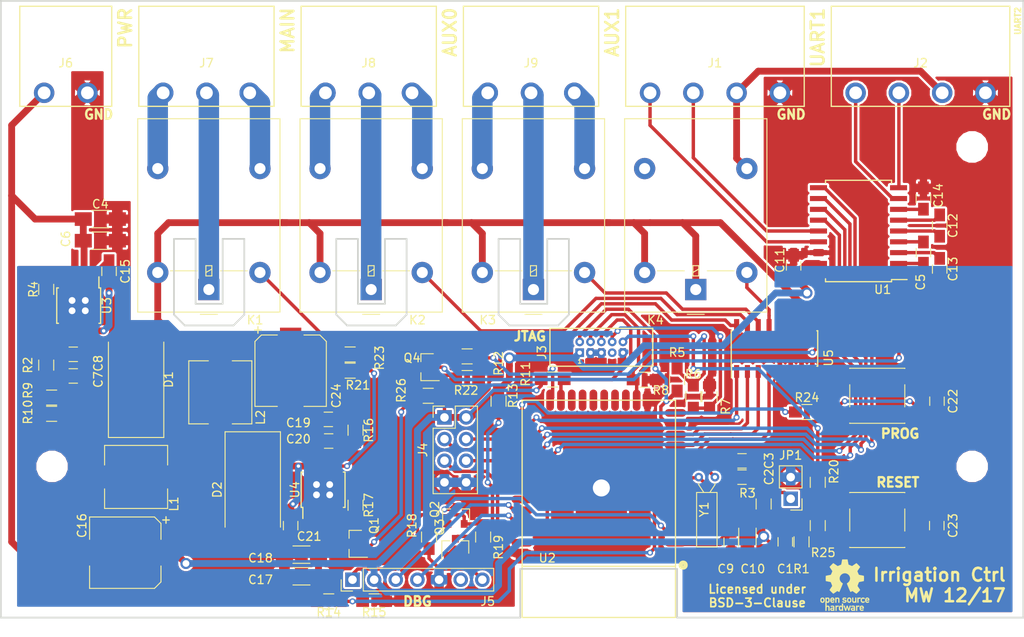
<source format=kicad_pcb>
(kicad_pcb (version 4) (host pcbnew 4.0.7+dfsg1-1)
  (layers (0 F.Cu signal) (31 B.Cu signal) (34 B.Paste user) (35 F.Paste user) (36 B.SilkS user) (37 F.SilkS user) (38 B.Mask user hide) (39 F.Mask user hide) (44 Edge.Cuts user))
  (net 0 "")
  (net 1 EN)
  (net 2 GND)
  (net 3 "Net-(C2-Pad1)")
  (net 4 "Net-(C3-Pad1)")
  (net 5 +BATT)
  (net 6 "Net-(C5-Pad1)")
  (net 7 "Net-(C5-Pad2)")
  (net 8 "Net-(C7-Pad1)")
  (net 9 "Net-(C8-Pad1)")
  (net 10 +3V3)
  (net 11 "Net-(C12-Pad1)")
  (net 12 "Net-(C12-Pad2)")
  (net 13 "Net-(C13-Pad2)")
  (net 14 "Net-(C14-Pad2)")
  (net 15 "Net-(C15-Pad1)")
  (net 16 "Net-(C15-Pad2)")
  (net 17 "Net-(C19-Pad1)")
  (net 18 "Net-(C20-Pad1)")
  (net 19 "Net-(C21-Pad1)")
  (net 20 "Net-(C21-Pad2)")
  (net 21 "Net-(C22-Pad1)")
  (net 22 "Net-(C23-Pad1)")
  (net 23 +12V)
  (net 24 VCC)
  (net 25 "Net-(J1-Pad2)")
  (net 26 "Net-(J1-Pad1)")
  (net 27 "Net-(J2-Pad2)")
  (net 28 "Net-(J2-Pad1)")
  (net 29 TMS)
  (net 30 TCK)
  (net 31 TDO)
  (net 32 TDI)
  (net 33 "Net-(J3-Pad10)")
  (net 34 VSPI_CS0)
  (net 35 VSPI_Q)
  (net 36 VSPI_CLK)
  (net 37 VSPI_D)
  (net 38 RTS0)
  (net 39 RXD0)
  (net 40 TXD0)
  (net 41 DTR0)
  (net 42 "Net-(J7-Pad3)")
  (net 43 "Net-(J7-Pad2)")
  (net 44 "Net-(J7-Pad1)")
  (net 45 "Net-(J8-Pad3)")
  (net 46 "Net-(J8-Pad2)")
  (net 47 "Net-(J8-Pad1)")
  (net 48 "Net-(J9-Pad3)")
  (net 49 "Net-(J9-Pad2)")
  (net 50 "Net-(J9-Pad1)")
  (net 51 PERI_DIS)
  (net 52 "Net-(Q1-Pad3)")
  (net 53 "Net-(Q2-Pad1)")
  (net 54 "Net-(Q3-Pad1)")
  (net 55 IO0)
  (net 56 "Net-(Q4-Pad1)")
  (net 57 KEEP_AWAKE)
  (net 58 PERI_EN)
  (net 59 VBAT_ADC)
  (net 60 RXD2)
  (net 61 TXD2)
  (net 62 TXD1)
  (net 63 RXD1)
  (net 64 REL_MAIN)
  (net 65 REL_AUX1)
  (net 66 REL_AUX0)
  (net 67 REL_VCC)
  (net 68 "Net-(K4-Pad2)")
  (net 69 "Net-(K3-Pad2)")
  (net 70 "Net-(K2-Pad2)")
  (net 71 "Net-(K1-Pad2)")
  (net 72 "Net-(R4-Pad1)")
  (net 73 "Net-(R10-Pad2)")
  (net 74 "Net-(R17-Pad1)")
  (net 75 "Net-(R21-Pad1)")
  (module Mounting_Holes:MountingHole_3.2mm_M3 (layer F.Cu) (at 31.4075 160.055)
    (fp_text reference J11 hide)
    (fp_text value Conn_01x01)
    (pad 1 np_thru_hole circle (at 0 0) (size 3.2 3.2) (drill 3.2) (layers *.Cu *.Mask))
  )
  (module Pin_Headers:Pin_Header_Straight_2x04_Pitch2.54mm (layer F.Cu) (at 77.47 154.305)
    (fp_text reference J4 (at -2.54 3.81 90) (layer F.SilkS))
    (fp_text value VSPI)
    (pad 1 thru_hole rect (at 0 0) (size 1.7 1.7) (drill 1) (layers *.Cu *.Mask) (net 10 +3V3))
    (pad 2 thru_hole oval (at 2.54 0) (size 1.7 1.7) (drill 1) (layers *.Cu *.Mask) (net 10 +3V3))
    (pad 3 thru_hole oval (at 0 2.54) (size 1.7 1.7) (drill 1) (layers *.Cu *.Mask) (net 36 VSPI_CLK))
    (pad 4 thru_hole oval (at 2.54 2.54) (size 1.7 1.7) (drill 1) (layers *.Cu *.Mask) (net 34 VSPI_CS0))
    (pad 5 thru_hole oval (at 0 5.08) (size 1.7 1.7) (drill 1) (layers *.Cu *.Mask) (net 37 VSPI_D))
    (pad 6 thru_hole oval (at 2.54 5.08) (size 1.7 1.7) (drill 1) (layers *.Cu *.Mask) (net 35 VSPI_Q))
    (pad 7 thru_hole oval (at 0 7.62) (size 1.7 1.7) (drill 1) (layers *.Cu *.Mask) (net 2 GND))
    (pad 8 thru_hole oval (at 2.54 7.62) (size 1.7 1.7) (drill 1) (layers *.Cu *.Mask) (net 2 GND))
  )
  (module Relays_THT:Relay_SPDT_OMRON-G5LE-1 (layer F.Cu) (at 106.965 139.295 180)
    (fp_text reference K4 (at 4.73 -3.58 180) (layer F.SilkS))
    (fp_text value G5LE-1)
    (pad 1 thru_hole rect (at 0 0 180) (size 2.5 2.5) (drill 1.3) (layers *.Cu *.Mask) (net 23 +12V))
    (pad 2 thru_hole oval (at -6 2 180) (size 2.5 2.5) (drill 1.3) (layers *.Cu *.Mask) (net 68 "Net-(K4-Pad2)"))
    (pad 3 thru_hole oval (at -6 14.2 180) (size 2.5 2.5) (drill 1.3) (layers *.Cu *.Mask) (net 24 VCC))
    (pad 4 thru_hole oval (at 6 14.2 180) (size 2.5 2.5) (drill 1.3) (layers *.Cu *.Mask))
    (pad 5 thru_hole oval (at 6 2 180) (size 2.5 2.5) (drill 1.3) (layers *.Cu *.Mask) (net 23 +12V))
  )
  (module Relays_THT:Relay_SPDT_OMRON-G5LE-1 (layer F.Cu) (at 87.915 139.295 180)
    (fp_text reference K3 (at 5.365 -3.58 180) (layer F.SilkS))
    (fp_text value G5LE-1)
    (pad 1 thru_hole rect (at 0 0 180) (size 2.5 2.5) (drill 1.3) (layers *.Cu *.Mask) (net 49 "Net-(J9-Pad2)"))
    (pad 2 thru_hole oval (at -6 2 180) (size 2.5 2.5) (drill 1.3) (layers *.Cu *.Mask) (net 69 "Net-(K3-Pad2)"))
    (pad 3 thru_hole oval (at -6 14.2 180) (size 2.5 2.5) (drill 1.3) (layers *.Cu *.Mask) (net 48 "Net-(J9-Pad3)"))
    (pad 4 thru_hole oval (at 6 14.2 180) (size 2.5 2.5) (drill 1.3) (layers *.Cu *.Mask) (net 50 "Net-(J9-Pad1)"))
    (pad 5 thru_hole oval (at 6 2 180) (size 2.5 2.5) (drill 1.3) (layers *.Cu *.Mask) (net 23 +12V))
  )
  (module Relays_THT:Relay_SPDT_OMRON-G5LE-1 (layer F.Cu) (at 68.865 139.295 180)
    (fp_text reference K2 (at -5.43 -3.58 180) (layer F.SilkS))
    (fp_text value G5LE-1)
    (pad 1 thru_hole rect (at 0 0 180) (size 2.5 2.5) (drill 1.3) (layers *.Cu *.Mask) (net 46 "Net-(J8-Pad2)"))
    (pad 2 thru_hole oval (at -6 2 180) (size 2.5 2.5) (drill 1.3) (layers *.Cu *.Mask) (net 70 "Net-(K2-Pad2)"))
    (pad 3 thru_hole oval (at -6 14.2 180) (size 2.5 2.5) (drill 1.3) (layers *.Cu *.Mask) (net 45 "Net-(J8-Pad3)"))
    (pad 4 thru_hole oval (at 6 14.2 180) (size 2.5 2.5) (drill 1.3) (layers *.Cu *.Mask) (net 47 "Net-(J8-Pad1)"))
    (pad 5 thru_hole oval (at 6 2 180) (size 2.5 2.5) (drill 1.3) (layers *.Cu *.Mask) (net 23 +12V))
  )
  (module Relays_THT:Relay_SPDT_OMRON-G5LE-1 (layer F.Cu) (at 49.815 139.295 180)
    (fp_text reference K1 (at -5.43 -3.58 180) (layer F.SilkS))
    (fp_text value G5LE-1)
    (pad 1 thru_hole rect (at 0 0 180) (size 2.5 2.5) (drill 1.3) (layers *.Cu *.Mask) (net 43 "Net-(J7-Pad2)"))
    (pad 2 thru_hole oval (at -6 2 180) (size 2.5 2.5) (drill 1.3) (layers *.Cu *.Mask) (net 71 "Net-(K1-Pad2)"))
    (pad 3 thru_hole oval (at -6 14.2 180) (size 2.5 2.5) (drill 1.3) (layers *.Cu *.Mask) (net 42 "Net-(J7-Pad3)"))
    (pad 4 thru_hole oval (at 6 14.2 180) (size 2.5 2.5) (drill 1.3) (layers *.Cu *.Mask) (net 44 "Net-(J7-Pad1)"))
    (pad 5 thru_hole oval (at 6 2 180) (size 2.5 2.5) (drill 1.3) (layers *.Cu *.Mask) (net 23 +12V))
  )
  (module Crystals:Crystal_DS26_d2.0mm_l6.0mm_Horizontal (layer F.Cu) (at 107.314697 161.313925)
    (fp_text reference Y1 (at 0.635303 3.786075 90) (layer F.SilkS))
    (fp_text value 32.768k)
    (pad 1 thru_hole circle (at 0 0) (size 1 1) (drill 0.5) (layers *.Cu *.Mask) (net 3 "Net-(C2-Pad1)"))
    (pad 2 thru_hole circle (at 1.9 0) (size 1 1) (drill 0.5) (layers *.Cu *.Mask) (net 4 "Net-(C3-Pad1)"))
  )
  (module Housings_SOIC:SOIC-16_3.9x9.9mm_Pitch1.27mm (layer F.Cu) (at 116.205 146.21 90)
    (fp_text reference U5 (at -1.11 6.35 90) (layer F.SilkS))
    (fp_text value ULN2003A)
    (pad 1 smd rect (at -2.7 -4.445 90) (size 1.5 0.6) (layers F.Cu F.Paste F.Mask) (net 64 REL_MAIN))
    (pad 2 smd rect (at -2.7 -3.175 90) (size 1.5 0.6) (layers F.Cu F.Paste F.Mask) (net 66 REL_AUX0))
    (pad 3 smd rect (at -2.7 -1.905 90) (size 1.5 0.6) (layers F.Cu F.Paste F.Mask) (net 65 REL_AUX1))
    (pad 4 smd rect (at -2.7 -0.635 90) (size 1.5 0.6) (layers F.Cu F.Paste F.Mask) (net 67 REL_VCC))
    (pad 5 smd rect (at -2.7 0.635 90) (size 1.5 0.6) (layers F.Cu F.Paste F.Mask) (net 2 GND))
    (pad 6 smd rect (at -2.7 1.905 90) (size 1.5 0.6) (layers F.Cu F.Paste F.Mask) (net 2 GND))
    (pad 7 smd rect (at -2.7 3.175 90) (size 1.5 0.6) (layers F.Cu F.Paste F.Mask) (net 2 GND))
    (pad 8 smd rect (at -2.7 4.445 90) (size 1.5 0.6) (layers F.Cu F.Paste F.Mask) (net 2 GND))
    (pad 9 smd rect (at 2.7 4.445 90) (size 1.5 0.6) (layers F.Cu F.Paste F.Mask) (net 23 +12V))
    (pad 10 smd rect (at 2.7 3.175 90) (size 1.5 0.6) (layers F.Cu F.Paste F.Mask))
    (pad 11 smd rect (at 2.7 1.905 90) (size 1.5 0.6) (layers F.Cu F.Paste F.Mask))
    (pad 12 smd rect (at 2.7 0.635 90) (size 1.5 0.6) (layers F.Cu F.Paste F.Mask))
    (pad 13 smd rect (at 2.7 -0.635 90) (size 1.5 0.6) (layers F.Cu F.Paste F.Mask) (net 68 "Net-(K4-Pad2)"))
    (pad 14 smd rect (at 2.7 -1.905 90) (size 1.5 0.6) (layers F.Cu F.Paste F.Mask) (net 69 "Net-(K3-Pad2)"))
    (pad 15 smd rect (at 2.7 -3.175 90) (size 1.5 0.6) (layers F.Cu F.Paste F.Mask) (net 70 "Net-(K2-Pad2)"))
    (pad 16 smd rect (at 2.7 -4.445 90) (size 1.5 0.6) (layers F.Cu F.Paste F.Mask) (net 71 "Net-(K1-Pad2)"))
  )
  (module Housings_SOIC:TI_SO-PowerPAD-8 (layer F.Cu) (at 63.223645 162.790698 90)
    (fp_text reference U4 (at 0 -3.3 90) (layer F.SilkS))
    (fp_text value TPS54560DDA)
    (pad 1 smd rect (at -2.78 -1.905 90) (size 1.91 0.61) (layers F.Cu F.Paste F.Mask) (net 20 "Net-(C21-Pad2)"))
    (pad 2 smd rect (at -2.78 -0.635 90) (size 1.91 0.61) (layers F.Cu F.Paste F.Mask) (net 5 +BATT))
    (pad 3 smd rect (at -2.78 0.635 90) (size 1.91 0.61) (layers F.Cu F.Paste F.Mask) (net 52 "Net-(Q1-Pad3)"))
    (pad 4 smd rect (at -2.78 1.905 90) (size 1.91 0.61) (layers F.Cu F.Paste F.Mask) (net 74 "Net-(R17-Pad1)"))
    (pad 5 smd rect (at 2.78 1.905 90) (size 1.91 0.61) (layers F.Cu F.Paste F.Mask) (net 75 "Net-(R21-Pad1)"))
    (pad 6 smd rect (at 2.78 0.635 90) (size 1.91 0.61) (layers F.Cu F.Paste F.Mask) (net 18 "Net-(C20-Pad1)"))
    (pad 7 smd rect (at 2.78 -0.635 90) (size 1.91 0.61) (layers F.Cu F.Paste F.Mask) (net 2 GND))
    (pad 8 smd rect (at 2.78 -1.905 90) (size 1.91 0.61) (layers F.Cu F.Paste F.Mask) (net 19 "Net-(C21-Pad1)"))
    (pad 9 smd rect (at 0.6025 0.775 90) (size 1.205 1.55) (layers F.Cu F.Paste F.Mask) (net 2 GND))
    (pad 9 smd rect (at 0.6025 -0.775 90) (size 1.205 1.55) (layers F.Cu F.Paste F.Mask) (net 2 GND))
    (pad 9 smd rect (at -0.6025 0.775 90) (size 1.205 1.55) (layers F.Cu F.Paste F.Mask) (net 2 GND))
    (pad 9 smd rect (at -0.6025 -0.775 90) (size 1.205 1.55) (layers F.Cu F.Paste F.Mask) (net 2 GND))
  )
  (module Housings_SOIC:TI_SO-PowerPAD-8 (layer F.Cu) (at 34.535092 141.18244 270)
    (fp_text reference U3 (at 0 -3.3 270) (layer F.SilkS))
    (fp_text value TPS54560DDA)
    (pad 1 smd rect (at -2.78 -1.905 270) (size 1.91 0.61) (layers F.Cu F.Paste F.Mask) (net 16 "Net-(C15-Pad2)"))
    (pad 2 smd rect (at -2.78 -0.635 270) (size 1.91 0.61) (layers F.Cu F.Paste F.Mask) (net 5 +BATT))
    (pad 3 smd rect (at -2.78 0.635 270) (size 1.91 0.61) (layers F.Cu F.Paste F.Mask))
    (pad 4 smd rect (at -2.78 1.905 270) (size 1.91 0.61) (layers F.Cu F.Paste F.Mask) (net 72 "Net-(R4-Pad1)"))
    (pad 5 smd rect (at 2.78 1.905 270) (size 1.91 0.61) (layers F.Cu F.Paste F.Mask) (net 73 "Net-(R10-Pad2)"))
    (pad 6 smd rect (at 2.78 0.635 270) (size 1.91 0.61) (layers F.Cu F.Paste F.Mask) (net 9 "Net-(C8-Pad1)"))
    (pad 7 smd rect (at 2.78 -0.635 270) (size 1.91 0.61) (layers F.Cu F.Paste F.Mask) (net 2 GND))
    (pad 8 smd rect (at 2.78 -1.905 270) (size 1.91 0.61) (layers F.Cu F.Paste F.Mask) (net 15 "Net-(C15-Pad1)"))
    (pad 9 smd rect (at 0.6025 0.775 270) (size 1.205 1.55) (layers F.Cu F.Paste F.Mask) (net 2 GND))
    (pad 9 smd rect (at 0.6025 -0.775 270) (size 1.205 1.55) (layers F.Cu F.Paste F.Mask) (net 2 GND))
    (pad 9 smd rect (at -0.6025 0.775 270) (size 1.205 1.55) (layers F.Cu F.Paste F.Mask) (net 2 GND))
    (pad 9 smd rect (at -0.6025 -0.775 270) (size 1.205 1.55) (layers F.Cu F.Paste F.Mask) (net 2 GND))
  )
  (module ESP32-footprints-Lib:ESP32-WROOM (layer F.Cu) (at 95.584697 165.033925)
    (fp_text reference U2 (at -6.049697 5.781075) (layer F.SilkS))
    (fp_text value ESP32-WROOM)
    (pad 38 smd oval (at -9 5.25) (size 2.5 0.9) (layers F.Cu F.Paste F.Mask) (net 2 GND))
    (pad 37 smd oval (at -9 3.98) (size 2.5 0.9) (layers F.Cu F.Paste F.Mask) (net 37 VSPI_D))
    (pad 36 smd oval (at -9 2.71) (size 2.5 0.9) (layers F.Cu F.Paste F.Mask) (net 62 TXD1))
    (pad 35 smd oval (at -9 1.44) (size 2.5 0.9) (layers F.Cu F.Paste F.Mask) (net 40 TXD0))
    (pad 34 smd oval (at -9 0.17) (size 2.5 0.9) (layers F.Cu F.Paste F.Mask) (net 39 RXD0))
    (pad 33 smd oval (at -9 -1.1) (size 2.5 0.9) (layers F.Cu F.Paste F.Mask) (net 63 RXD1))
    (pad 32 smd oval (at -9 -2.37) (size 2.5 0.9) (layers F.Cu F.Paste F.Mask))
    (pad 31 smd oval (at -9 -3.64) (size 2.5 0.9) (layers F.Cu F.Paste F.Mask) (net 35 VSPI_Q))
    (pad 30 smd oval (at -9 -4.91) (size 2.5 0.9) (layers F.Cu F.Paste F.Mask) (net 36 VSPI_CLK))
    (pad 29 smd oval (at -9 -6.18) (size 2.5 0.9) (layers F.Cu F.Paste F.Mask) (net 34 VSPI_CS0))
    (pad 28 smd oval (at -9 -7.45) (size 2.5 0.9) (layers F.Cu F.Paste F.Mask) (net 61 TXD2))
    (pad 27 smd oval (at -9 -8.72) (size 2.5 0.9) (layers F.Cu F.Paste F.Mask) (net 60 RXD2))
    (pad 26 smd oval (at -9 -9.99) (size 2.5 0.9) (layers F.Cu F.Paste F.Mask) (net 64 REL_MAIN))
    (pad 25 smd oval (at -9 -11.26) (size 2.5 0.9) (layers F.Cu F.Paste F.Mask) (net 55 IO0))
    (pad 24 smd oval (at -5.715 -12.75) (size 0.9 2.5) (layers F.Cu F.Paste F.Mask) (net 58 PERI_EN))
    (pad 23 smd oval (at -4.445 -12.75) (size 0.9 2.5) (layers F.Cu F.Paste F.Mask) (net 31 TDO))
    (pad 22 smd oval (at -3.175 -12.75) (size 0.9 2.5) (layers F.Cu F.Paste F.Mask))
    (pad 21 smd oval (at -1.905 -12.75) (size 0.9 2.5) (layers F.Cu F.Paste F.Mask))
    (pad 20 smd oval (at -0.635 -12.75) (size 0.9 2.5) (layers F.Cu F.Paste F.Mask))
    (pad 19 smd oval (at 0.635 -12.75) (size 0.9 2.5) (layers F.Cu F.Paste F.Mask))
    (pad 18 smd oval (at 1.905 -12.75) (size 0.9 2.5) (layers F.Cu F.Paste F.Mask))
    (pad 17 smd oval (at 3.175 -12.75) (size 0.9 2.5) (layers F.Cu F.Paste F.Mask))
    (pad 16 smd oval (at 4.445 -12.75) (size 0.9 2.5) (layers F.Cu F.Paste F.Mask) (net 30 TCK))
    (pad 15 smd oval (at 5.715 -12.75) (size 0.9 2.5) (layers F.Cu F.Paste F.Mask) (net 2 GND))
    (pad 14 smd oval (at 9 -11.26) (size 2.5 0.9) (layers F.Cu F.Paste F.Mask) (net 32 TDI))
    (pad 13 smd oval (at 9 -9.99) (size 2.5 0.9) (layers F.Cu F.Paste F.Mask) (net 29 TMS))
    (pad 12 smd oval (at 9 -8.72) (size 2.5 0.9) (layers F.Cu F.Paste F.Mask) (net 66 REL_AUX0))
    (pad 11 smd oval (at 9 -7.45) (size 2.5 0.9) (layers F.Cu F.Paste F.Mask) (net 65 REL_AUX1))
    (pad 10 smd oval (at 9 -6.18) (size 2.5 0.9) (layers F.Cu F.Paste F.Mask) (net 67 REL_VCC))
    (pad 9 smd oval (at 9 -4.91) (size 2.5 0.9) (layers F.Cu F.Paste F.Mask) (net 4 "Net-(C3-Pad1)"))
    (pad 8 smd oval (at 9 -3.64) (size 2.5 0.9) (layers F.Cu F.Paste F.Mask) (net 3 "Net-(C2-Pad1)"))
    (pad 7 smd oval (at 9 -2.37) (size 2.5 0.9) (layers F.Cu F.Paste F.Mask) (net 59 VBAT_ADC))
    (pad 6 smd oval (at 9 -1.1) (size 2.5 0.9) (layers F.Cu F.Paste F.Mask) (net 57 KEEP_AWAKE))
    (pad 5 smd oval (at 9 0.17) (size 2.5 0.9) (layers F.Cu F.Paste F.Mask))
    (pad 4 smd oval (at 9 1.44) (size 2.5 0.9) (layers F.Cu F.Paste F.Mask))
    (pad 3 smd oval (at 9 2.71) (size 2.5 0.9) (layers F.Cu F.Paste F.Mask) (net 1 EN))
    (pad 2 smd oval (at 9 3.98) (size 2.5 0.9) (layers F.Cu F.Paste F.Mask) (net 10 +3V3))
    (pad 1 smd oval (at 9 5.25) (size 2.5 0.9) (layers F.Cu F.Paste F.Mask) (net 2 GND))
    (pad 39 smd rect (at 0.3 -2.45) (size 6 6) (layers F.Cu F.Paste F.Mask) (net 2 GND))
  )
  (module Housings_SOIC:SOIC-18W_7.5x11.6mm_Pitch1.27mm (layer F.Cu) (at 126.069774 132.423396 180)
    (fp_text reference U1 (at -2.835226 -6.875 180) (layer F.SilkS))
    (fp_text value MAX3222)
    (pad 1 smd rect (at -4.7 -5.08 180) (size 2 0.6) (layers F.Cu F.Paste F.Mask) (net 51 PERI_DIS))
    (pad 2 smd rect (at -4.7 -3.81 180) (size 2 0.6) (layers F.Cu F.Paste F.Mask) (net 6 "Net-(C5-Pad1)"))
    (pad 3 smd rect (at -4.7 -2.54 180) (size 2 0.6) (layers F.Cu F.Paste F.Mask) (net 13 "Net-(C13-Pad2)"))
    (pad 4 smd rect (at -4.7 -1.27 180) (size 2 0.6) (layers F.Cu F.Paste F.Mask) (net 7 "Net-(C5-Pad2)"))
    (pad 5 smd rect (at -4.7 0 180) (size 2 0.6) (layers F.Cu F.Paste F.Mask) (net 11 "Net-(C12-Pad1)"))
    (pad 6 smd rect (at -4.7 1.27 180) (size 2 0.6) (layers F.Cu F.Paste F.Mask) (net 12 "Net-(C12-Pad2)"))
    (pad 7 smd rect (at -4.7 2.54 180) (size 2 0.6) (layers F.Cu F.Paste F.Mask) (net 14 "Net-(C14-Pad2)"))
    (pad 8 smd rect (at -4.7 3.81 180) (size 2 0.6) (layers F.Cu F.Paste F.Mask) (net 28 "Net-(J2-Pad1)"))
    (pad 9 smd rect (at -4.7 5.08 180) (size 2 0.6) (layers F.Cu F.Paste F.Mask) (net 27 "Net-(J2-Pad2)"))
    (pad 10 smd rect (at 4.7 5.08 180) (size 2 0.6) (layers F.Cu F.Paste F.Mask) (net 60 RXD2))
    (pad 11 smd rect (at 4.7 3.81 180) (size 2 0.6) (layers F.Cu F.Paste F.Mask) (net 61 TXD2))
    (pad 12 smd rect (at 4.7 2.54 180) (size 2 0.6) (layers F.Cu F.Paste F.Mask) (net 62 TXD1))
    (pad 13 smd rect (at 4.7 1.27 180) (size 2 0.6) (layers F.Cu F.Paste F.Mask) (net 63 RXD1))
    (pad 14 smd rect (at 4.7 0 180) (size 2 0.6) (layers F.Cu F.Paste F.Mask) (net 25 "Net-(J1-Pad2)"))
    (pad 15 smd rect (at 4.7 -1.27 180) (size 2 0.6) (layers F.Cu F.Paste F.Mask) (net 26 "Net-(J1-Pad1)"))
    (pad 16 smd rect (at 4.7 -2.54 180) (size 2 0.6) (layers F.Cu F.Paste F.Mask) (net 2 GND))
    (pad 17 smd rect (at 4.7 -3.81 180) (size 2 0.6) (layers F.Cu F.Paste F.Mask) (net 10 +3V3))
    (pad 18 smd rect (at 4.7 -5.08 180) (size 2 0.6) (layers F.Cu F.Paste F.Mask) (net 58 PERI_EN))
  )
  (module Switches:SW_SPST_REICHELT_SMD (layer F.Cu) (at 128.27 166.34515)
    (fp_text reference SW2 hide)
    (fp_text value SW_Push)
    (pad 2 smd rect (at -4.445 2.2225) (size 2.1 1.4) (layers F.Cu F.Paste F.Mask) (net 22 "Net-(C23-Pad1)"))
    (pad 1 smd rect (at -4.445 -2.2225) (size 2.1 1.4) (layers F.Cu F.Paste F.Mask) (net 2 GND))
    (pad 1 smd rect (at 4.445 -2.2225) (size 2.1 1.4) (layers F.Cu F.Paste F.Mask) (net 2 GND))
    (pad 2 smd rect (at 4.445 2.2225) (size 2.1 1.4) (layers F.Cu F.Paste F.Mask) (net 22 "Net-(C23-Pad1)"))
  )
  (module Switches:SW_SPST_REICHELT_SMD (layer F.Cu) (at 128.27 151.765)
    (fp_text reference SW1 hide)
    (fp_text value SW_Push)
    (pad 2 smd rect (at -4.445 2.2225) (size 2.1 1.4) (layers F.Cu F.Paste F.Mask) (net 21 "Net-(C22-Pad1)"))
    (pad 1 smd rect (at -4.445 -2.2225) (size 2.1 1.4) (layers F.Cu F.Paste F.Mask) (net 2 GND))
    (pad 1 smd rect (at 4.445 -2.2225) (size 2.1 1.4) (layers F.Cu F.Paste F.Mask) (net 2 GND))
    (pad 2 smd rect (at 4.445 2.2225) (size 2.1 1.4) (layers F.Cu F.Paste F.Mask) (net 21 "Net-(C22-Pad1)"))
  )
  (module Resistors_SMD:R_0805_HandSoldering (layer F.Cu) (at 75.565 151.765 180)
    (fp_text reference R26 (at 3.175 0.635 270) (layer F.SilkS))
    (fp_text value 10k)
    (pad 1 smd rect (at -1.35 0 180) (size 1.5 1.3) (layers F.Cu F.Paste F.Mask) (net 10 +3V3))
    (pad 2 smd rect (at 1.35 0 180) (size 1.5 1.3) (layers F.Cu F.Paste F.Mask) (net 51 PERI_DIS))
  )
  (module Resistors_SMD:R_0805_HandSoldering (layer F.Cu) (at 121.285 167.005 270)
    (fp_text reference R25 (at 3.175 -0.635 360) (layer F.SilkS))
    (fp_text value 470)
    (pad 1 smd rect (at -1.35 0 270) (size 1.5 1.3) (layers F.Cu F.Paste F.Mask) (net 1 EN))
    (pad 2 smd rect (at 1.35 0 270) (size 1.5 1.3) (layers F.Cu F.Paste F.Mask) (net 22 "Net-(C23-Pad1)"))
  )
  (module Resistors_SMD:R_0805_HandSoldering (layer F.Cu) (at 120.015 153.67)
    (fp_text reference R24 (at 0 -1.7) (layer F.SilkS))
    (fp_text value 470)
    (pad 1 smd rect (at -1.35 0) (size 1.5 1.3) (layers F.Cu F.Paste F.Mask) (net 55 IO0))
    (pad 2 smd rect (at 1.35 0) (size 1.5 1.3) (layers F.Cu F.Paste F.Mask) (net 21 "Net-(C22-Pad1)"))
  )
  (module Resistors_SMD:R_0805_HandSoldering (layer F.Cu) (at 66.398645 146.915698)
    (fp_text reference R23 (at 3.451355 0.404302 90) (layer F.SilkS))
    (fp_text value "130k (0.1%)")
    (pad 1 smd rect (at -1.35 0) (size 1.5 1.3) (layers F.Cu F.Paste F.Mask) (net 23 +12V))
    (pad 2 smd rect (at 1.35 0) (size 1.5 1.3) (layers F.Cu F.Paste F.Mask) (net 75 "Net-(R21-Pad1)"))
  )
  (module Resistors_SMD:R_0805_HandSoldering (layer F.Cu) (at 80.129105 149.67954)
    (fp_text reference R22 (at -0.119105 1.45046) (layer F.SilkS))
    (fp_text value 10k)
    (pad 1 smd rect (at -1.35 0) (size 1.5 1.3) (layers F.Cu F.Paste F.Mask) (net 56 "Net-(Q4-Pad1)"))
    (pad 2 smd rect (at 1.35 0) (size 1.5 1.3) (layers F.Cu F.Paste F.Mask) (net 58 PERI_EN))
  )
  (module Resistors_SMD:R_0805_HandSoldering (layer F.Cu) (at 66.398645 148.820698 180)
    (fp_text reference R21 (at -0.911355 -1.7 180) (layer F.SilkS))
    (fp_text value "11k (0.1%)")
    (pad 1 smd rect (at -1.35 0 180) (size 1.5 1.3) (layers F.Cu F.Paste F.Mask) (net 75 "Net-(R21-Pad1)"))
    (pad 2 smd rect (at 1.35 0 180) (size 1.5 1.3) (layers F.Cu F.Paste F.Mask) (net 2 GND))
  )
  (module Resistors_SMD:R_0805_HandSoldering (layer F.Cu) (at 121.285 161.925 90)
    (fp_text reference R20 (at 1.27 1.905 90) (layer F.SilkS))
    (fp_text value "0 / 470 / NC")
    (pad 1 smd rect (at -1.35 0 90) (size 1.5 1.3) (layers F.Cu F.Paste F.Mask) (net 1 EN))
    (pad 2 smd rect (at 1.35 0 90) (size 1.5 1.3) (layers F.Cu F.Paste F.Mask) (net 33 "Net-(J3-Pad10)"))
  )
  (module Resistors_SMD:R_0805_HandSoldering (layer F.Cu) (at 82.010392 168.345442 90)
    (fp_text reference R19 (at -1.199558 1.809608 90) (layer F.SilkS))
    (fp_text value 2k2)
    (pad 1 smd rect (at -1.35 0 90) (size 1.5 1.3) (layers F.Cu F.Paste F.Mask) (net 54 "Net-(Q3-Pad1)"))
    (pad 2 smd rect (at 1.35 0 90) (size 1.5 1.3) (layers F.Cu F.Paste F.Mask) (net 38 RTS0))
  )
  (module Resistors_SMD:R_0805_HandSoldering (layer F.Cu) (at 75.660392 168.345442 270)
    (fp_text reference R18 (at -1.340442 2.000392 270) (layer F.SilkS))
    (fp_text value 2k2)
    (pad 1 smd rect (at -1.35 0 270) (size 1.5 1.3) (layers F.Cu F.Paste F.Mask) (net 53 "Net-(Q2-Pad1)"))
    (pad 2 smd rect (at 1.35 0 270) (size 1.5 1.3) (layers F.Cu F.Paste F.Mask) (net 41 DTR0))
  )
  (module Resistors_SMD:R_0805_HandSoldering (layer F.Cu) (at 67.033646 164.615698 90)
    (fp_text reference R17 (at 0 1.546354 90) (layer F.SilkS))
    (fp_text value 130k)
    (pad 1 smd rect (at -1.35 0 90) (size 1.5 1.3) (layers F.Cu F.Paste F.Mask) (net 74 "Net-(R17-Pad1)"))
    (pad 2 smd rect (at 1.35 0 90) (size 1.5 1.3) (layers F.Cu F.Paste F.Mask) (net 2 GND))
  )
  (module Resistors_SMD:R_0805_HandSoldering (layer F.Cu) (at 67.033646 155.805698 90)
    (fp_text reference R16 (at 0 1.546354 90) (layer F.SilkS))
    (fp_text value 27k4)
    (pad 1 smd rect (at -1.35 0 90) (size 1.5 1.3) (layers F.Cu F.Paste F.Mask) (net 18 "Net-(C20-Pad1)"))
    (pad 2 smd rect (at 1.35 0 90) (size 1.5 1.3) (layers F.Cu F.Paste F.Mask) (net 17 "Net-(C19-Pad1)"))
  )
  (module Resistors_SMD:R_0805_HandSoldering (layer F.Cu) (at 69.215 175.895)
    (fp_text reference R15 (at 0 1.27) (layer F.SilkS))
    (fp_text value "10k (0.1%)")
    (pad 1 smd rect (at -1.35 0) (size 1.5 1.3) (layers F.Cu F.Paste F.Mask) (net 59 VBAT_ADC))
    (pad 2 smd rect (at 1.35 0) (size 1.5 1.3) (layers F.Cu F.Paste F.Mask) (net 2 GND))
  )
  (module Resistors_SMD:R_0805_HandSoldering (layer F.Cu) (at 63.886669 175.895)
    (fp_text reference R14 (at 0 1.27) (layer F.SilkS))
    (fp_text value "91k (0.1%)")
    (pad 1 smd rect (at -1.35 0) (size 1.5 1.3) (layers F.Cu F.Paste F.Mask) (net 5 +BATT))
    (pad 2 smd rect (at 1.35 0) (size 1.5 1.3) (layers F.Cu F.Paste F.Mask) (net 59 VBAT_ADC))
  )
  (module Resistors_SMD:R_0805_HandSoldering (layer F.Cu) (at 83.82 152.4 270)
    (fp_text reference R13 (at -0.635 -1.7 270) (layer F.SilkS))
    (fp_text value NC)
    (pad 1 smd rect (at -1.35 0 270) (size 1.5 1.3) (layers F.Cu F.Paste F.Mask) (net 10 +3V3))
    (pad 2 smd rect (at 1.35 0 270) (size 1.5 1.3) (layers F.Cu F.Paste F.Mask) (net 55 IO0))
  )
  (module Resistors_SMD:R_0805_HandSoldering (layer F.Cu) (at 80.129106 147.13954 180)
    (fp_text reference R12 (at -3.690894 -0.81546 270) (layer F.SilkS))
    (fp_text value NC)
    (pad 1 smd rect (at -1.35 0 180) (size 1.5 1.3) (layers F.Cu F.Paste F.Mask) (net 58 PERI_EN))
    (pad 2 smd rect (at 1.35 0 180) (size 1.5 1.3) (layers F.Cu F.Paste F.Mask) (net 2 GND))
  )
  (module Resistors_SMD:R_0805_HandSoldering (layer F.Cu) (at 31.360092 153.88244 180)
    (fp_text reference R10 (at 2.785092 0.21244 270) (layer F.SilkS))
    (fp_text value "56k2 (0.1%)")
    (pad 1 smd rect (at -1.35 0 180) (size 1.5 1.3) (layers F.Cu F.Paste F.Mask) (net 10 +3V3))
    (pad 2 smd rect (at 1.35 0 180) (size 1.5 1.3) (layers F.Cu F.Paste F.Mask) (net 73 "Net-(R10-Pad2)"))
  )
  (module Resistors_SMD:R_0805_HandSoldering (layer F.Cu) (at 31.360092 151.97744)
    (fp_text reference R9 (at -2.785092 -0.84744 90) (layer F.SilkS))
    (fp_text value "18k (0.1%)")
    (pad 1 smd rect (at -1.35 0) (size 1.5 1.3) (layers F.Cu F.Paste F.Mask) (net 73 "Net-(R10-Pad2)"))
    (pad 2 smd rect (at 1.35 0) (size 1.5 1.3) (layers F.Cu F.Paste F.Mask) (net 2 GND))
  )
  (module Resistors_SMD:R_0805_HandSoldering (layer F.Cu) (at 100.965 149.883925 180)
    (fp_text reference R8 (at -1.905 -1.246075 360) (layer F.SilkS))
    (fp_text value 10k)
    (pad 1 smd rect (at -1.35 0 180) (size 1.5 1.3) (layers F.Cu F.Paste F.Mask) (net 2 GND))
    (pad 2 smd rect (at 1.35 0 180) (size 1.5 1.3) (layers F.Cu F.Paste F.Mask) (net 30 TCK))
  )
  (module Resistors_SMD:R_0805_HandSoldering (layer F.Cu) (at 108.584697 151.868925 90)
    (fp_text reference R7 (at -1.166075 1.905303 90) (layer F.SilkS))
    (fp_text value NC)
    (pad 1 smd rect (at -1.35 0 90) (size 1.5 1.3) (layers F.Cu F.Paste F.Mask) (net 32 TDI))
    (pad 2 smd rect (at 1.35 0 90) (size 1.5 1.3) (layers F.Cu F.Paste F.Mask) (net 2 GND))
  )
  (module Resistors_SMD:R_0805_HandSoldering (layer F.Cu) (at 106.679697 151.868925 270)
    (fp_text reference R6 (at -2.643925 -0.000303 360) (layer F.SilkS))
    (fp_text value NC)
    (pad 1 smd rect (at -1.35 0 270) (size 1.5 1.3) (layers F.Cu F.Paste F.Mask) (net 10 +3V3))
    (pad 2 smd rect (at 1.35 0 270) (size 1.5 1.3) (layers F.Cu F.Paste F.Mask) (net 32 TDI))
  )
  (module Resistors_SMD:R_0805_HandSoldering (layer F.Cu) (at 104.775 149.86 270)
    (fp_text reference R5 (at -3.175 0 540) (layer F.SilkS))
    (fp_text value 10k)
    (pad 1 smd rect (at -1.35 0 270) (size 1.5 1.3) (layers F.Cu F.Paste F.Mask) (net 10 +3V3))
    (pad 2 smd rect (at 1.35 0 270) (size 1.5 1.3) (layers F.Cu F.Paste F.Mask) (net 29 TMS))
  )
  (module Resistors_SMD:R_0805_HandSoldering (layer F.Cu) (at 30.725092 139.27744 270)
    (fp_text reference R4 (at 0 1.515092 270) (layer F.SilkS))
    (fp_text value 180k)
    (pad 1 smd rect (at -1.35 0 270) (size 1.5 1.3) (layers F.Cu F.Paste F.Mask) (net 72 "Net-(R4-Pad1)"))
    (pad 2 smd rect (at 1.35 0 270) (size 1.5 1.3) (layers F.Cu F.Paste F.Mask) (net 2 GND))
  )
  (module Resistors_SMD:R_0805_HandSoldering (layer F.Cu) (at 114.935 164.465 90)
    (fp_text reference R3 (at 1.27 -1.905 180) (layer F.SilkS))
    (fp_text value 10k)
    (pad 1 smd rect (at -1.35 0 90) (size 1.5 1.3) (layers F.Cu F.Paste F.Mask) (net 10 +3V3))
    (pad 2 smd rect (at 1.35 0 90) (size 1.5 1.3) (layers F.Cu F.Paste F.Mask) (net 57 KEEP_AWAKE))
  )
  (module Resistors_SMD:R_0805_HandSoldering (layer F.Cu) (at 30.725092 148.16744 270)
    (fp_text reference R2 (at 0 2.150092 270) (layer F.SilkS))
    (fp_text value 8k25)
    (pad 1 smd rect (at -1.35 0 270) (size 1.5 1.3) (layers F.Cu F.Paste F.Mask) (net 9 "Net-(C8-Pad1)"))
    (pad 2 smd rect (at 1.35 0 270) (size 1.5 1.3) (layers F.Cu F.Paste F.Mask) (net 8 "Net-(C7-Pad1)"))
  )
  (module Resistors_SMD:R_0805_HandSoldering (layer F.Cu) (at 119.38 168.91 90)
    (fp_text reference R1 (at -3.175 0 180) (layer F.SilkS))
    (fp_text value 10k)
    (pad 1 smd rect (at -1.35 0 90) (size 1.5 1.3) (layers F.Cu F.Paste F.Mask) (net 10 +3V3))
    (pad 2 smd rect (at 1.35 0 90) (size 1.5 1.3) (layers F.Cu F.Paste F.Mask) (net 1 EN))
  )
  (module TO_SOT_Packages_SMD:SOT-23 (layer F.Cu) (at 75.462494 148.40954 180)
    (fp_text reference Q4 (at 1.802494 1.08954 180) (layer F.SilkS))
    (fp_text value BSS138)
    (pad 1 smd rect (at -1 -0.95 180) (size 0.9 0.8) (layers F.Cu F.Paste F.Mask) (net 56 "Net-(Q4-Pad1)"))
    (pad 2 smd rect (at -1 0.95 180) (size 0.9 0.8) (layers F.Cu F.Paste F.Mask) (net 2 GND))
    (pad 3 smd rect (at 1 0 180) (size 0.9 0.8) (layers F.Cu F.Paste F.Mask) (net 51 PERI_DIS))
  )
  (module TO_SOT_Packages_SMD:SOT-23 (layer F.Cu) (at 78.74 169.545 90)
    (fp_text reference Q3 (at 2.365392 -1.834558 90) (layer F.SilkS))
    (fp_text value BSS138)
    (pad 1 smd rect (at -1 -0.95 90) (size 0.9 0.8) (layers F.Cu F.Paste F.Mask) (net 54 "Net-(Q3-Pad1)"))
    (pad 2 smd rect (at -1 0.95 90) (size 0.9 0.8) (layers F.Cu F.Paste F.Mask) (net 41 DTR0))
    (pad 3 smd rect (at 1 0 90) (size 0.9 0.8) (layers F.Cu F.Paste F.Mask) (net 55 IO0))
  )
  (module TO_SOT_Packages_SMD:SOT-23 (layer F.Cu) (at 78.835392 165.805442 90)
    (fp_text reference Q2 (at 0.705442 -2.5 90) (layer F.SilkS))
    (fp_text value BSS138)
    (pad 1 smd rect (at -1 -0.95 90) (size 0.9 0.8) (layers F.Cu F.Paste F.Mask) (net 53 "Net-(Q2-Pad1)"))
    (pad 2 smd rect (at -1 0.95 90) (size 0.9 0.8) (layers F.Cu F.Paste F.Mask) (net 38 RTS0))
    (pad 3 smd rect (at 1 0 90) (size 0.9 0.8) (layers F.Cu F.Paste F.Mask) (net 1 EN))
  )
  (module TO_SOT_Packages_SMD:SOT-23 (layer F.Cu) (at 67.033646 169.140698 180)
    (fp_text reference Q1 (at -2.181354 2.135698 270) (layer F.SilkS))
    (fp_text value BSS138)
    (pad 1 smd rect (at -1 -0.95 180) (size 0.9 0.8) (layers F.Cu F.Paste F.Mask) (net 51 PERI_DIS))
    (pad 2 smd rect (at -1 0.95 180) (size 0.9 0.8) (layers F.Cu F.Paste F.Mask) (net 2 GND))
    (pad 3 smd rect (at 1 0 180) (size 0.9 0.8) (layers F.Cu F.Paste F.Mask) (net 52 "Net-(Q1-Pad3)"))
  )
  (module Inductors_SMD:L_7.3x7.3_H4.5 (layer F.Cu) (at 51.158646 151.360698 270)
    (fp_text reference L2 (at 2.944302 -4.721354 270) (layer F.SilkS))
    (fp_text value 68u)
    (pad 1 smd rect (at -3.2 0 270) (size 1.5 2.2) (layers F.Cu F.Paste F.Mask) (net 23 +12V))
    (pad 2 smd rect (at 3.2 0 270) (size 1.5 2.2) (layers F.Cu F.Paste F.Mask) (net 19 "Net-(C21-Pad1)"))
  )
  (module Inductors_SMD:L_7.3x7.3_H4.5 (layer F.Cu) (at 41.275 161.29 180)
    (fp_text reference L1 (at -4.445 -3.175 270) (layer F.SilkS))
    (fp_text value 33u)
    (pad 1 smd rect (at -3.2 0 180) (size 1.5 2.2) (layers F.Cu F.Paste F.Mask) (net 10 +3V3))
    (pad 2 smd rect (at 3.2 0 180) (size 1.5 2.2) (layers F.Cu F.Paste F.Mask) (net 15 "Net-(C15-Pad1)"))
  )
  (module Pin_Headers:Pin_Header_Straight_1x02_Pitch2.54mm (layer F.Cu) (at 118.109697 163.853925 180)
    (fp_text reference JP1 (at 0 5.103925 180) (layer F.SilkS))
    (fp_text value KEEP_AWAKE)
    (pad 1 thru_hole rect (at 0 0 180) (size 1.7 1.7) (drill 1) (layers *.Cu *.Mask) (net 57 KEEP_AWAKE))
    (pad 2 thru_hole oval (at 0 2.54 180) (size 1.7 1.7) (drill 1) (layers *.Cu *.Mask) (net 2 GND))
  )
  (module Pin_Headers:Pin_Header_Straight_1x07_Pitch2.54mm (layer F.Cu) (at 66.675 173.355 90)
    (fp_text reference J5 (at -2.54 15.875 180) (layer F.SilkS))
    (fp_text value UART_DBG)
    (pad 1 thru_hole rect (at 0 0 90) (size 1.7 1.7) (drill 1) (layers *.Cu *.Mask) (net 38 RTS0))
    (pad 2 thru_hole oval (at 0 2.54 90) (size 1.7 1.7) (drill 1) (layers *.Cu *.Mask) (net 10 +3V3))
    (pad 3 thru_hole oval (at 0 5.08 90) (size 1.7 1.7) (drill 1) (layers *.Cu *.Mask) (net 39 RXD0))
    (pad 4 thru_hole oval (at 0 7.62 90) (size 1.7 1.7) (drill 1) (layers *.Cu *.Mask) (net 40 TXD0))
    (pad 5 thru_hole oval (at 0 10.16 90) (size 1.7 1.7) (drill 1) (layers *.Cu *.Mask) (net 2 GND))
    (pad 6 thru_hole oval (at 0 12.7 90) (size 1.7 1.7) (drill 1) (layers *.Cu *.Mask))
    (pad 7 thru_hole oval (at 0 15.24 90) (size 1.7 1.7) (drill 1) (layers *.Cu *.Mask) (net 41 DTR0))
  )
  (module Diodes_SMD:D_SMC_Handsoldering (layer F.Cu) (at 54.968645 162.790698 270)
    (fp_text reference D2 (at 0 4.168645 270) (layer F.SilkS))
    (fp_text value D_Schottky)
    (pad 1 smd rect (at -4.4 0) (size 3.3 4.5) (layers F.Cu F.Paste F.Mask) (net 19 "Net-(C21-Pad1)"))
    (pad 2 smd rect (at 4.4 0) (size 3.3 4.5) (layers F.Cu F.Paste F.Mask) (net 2 GND))
  )
  (module Diodes_SMD:D_SMC_Handsoldering (layer F.Cu) (at 41.275 149.86 90)
    (fp_text reference D1 (at 0 3.81 90) (layer F.SilkS))
    (fp_text value D_Schottky)
    (pad 1 smd rect (at -4.4 0 180) (size 3.3 4.5) (layers F.Cu F.Paste F.Mask) (net 15 "Net-(C15-Pad1)"))
    (pad 2 smd rect (at 4.4 0 180) (size 3.3 4.5) (layers F.Cu F.Paste F.Mask) (net 2 GND))
  )
  (module Capacitors_SMD:CP_Elec_8x6.7 (layer F.Cu) (at 59.413646 148.820697 270)
    (fp_text reference C24 (at 2.944303 -5.356354 270) (layer F.SilkS))
    (fp_text value 47u)
    (fp_text user + (at -4.78 3.91 270) (layer F.SilkS))
    (pad 1 smd rect (at -3.05 0 90) (size 4 2.5) (layers F.Cu F.Paste F.Mask) (net 23 +12V))
    (pad 2 smd rect (at 3.05 0 90) (size 4 2.5) (layers F.Cu F.Paste F.Mask) (net 2 GND))
  )
  (module Capacitors_SMD:C_0805_HandSoldering (layer F.Cu) (at 135.255 167.005 90)
    (fp_text reference C23 (at 0 1.905 90) (layer F.SilkS))
    (fp_text value 1n)
    (pad 1 smd rect (at -1.25 0 90) (size 1.5 1.25) (layers F.Cu F.Paste F.Mask) (net 22 "Net-(C23-Pad1)"))
    (pad 2 smd rect (at 1.25 0 90) (size 1.5 1.25) (layers F.Cu F.Paste F.Mask) (net 2 GND))
  )
  (module Capacitors_SMD:C_0805_HandSoldering (layer F.Cu) (at 135.278608 152.4 90)
    (fp_text reference C22 (at 0 1.881392 90) (layer F.SilkS))
    (fp_text value 1n)
    (pad 1 smd rect (at -1.25 0 90) (size 1.5 1.25) (layers F.Cu F.Paste F.Mask) (net 21 "Net-(C22-Pad1)"))
    (pad 2 smd rect (at 1.25 0 90) (size 1.5 1.25) (layers F.Cu F.Paste F.Mask) (net 2 GND))
  )
  (module Capacitors_SMD:C_0805_HandSoldering (layer F.Cu) (at 59.413646 167.005 270)
    (fp_text reference C21 (at 1.27 -2.181354 360) (layer F.SilkS))
    (fp_text value 100n)
    (pad 1 smd rect (at -1.25 0 270) (size 1.5 1.25) (layers F.Cu F.Paste F.Mask) (net 19 "Net-(C21-Pad1)"))
    (pad 2 smd rect (at 1.25 0 270) (size 1.5 1.25) (layers F.Cu F.Paste F.Mask) (net 20 "Net-(C21-Pad2)"))
  )
  (module Capacitors_SMD:C_0805_HandSoldering (layer F.Cu) (at 63.878647 157.075697 180)
    (fp_text reference C20 (at 3.553647 0.230697 180) (layer F.SilkS))
    (fp_text value 15p)
    (pad 1 smd rect (at -1.25 0 180) (size 1.5 1.25) (layers F.Cu F.Paste F.Mask) (net 18 "Net-(C20-Pad1)"))
    (pad 2 smd rect (at 1.25 0 180) (size 1.5 1.25) (layers F.Cu F.Paste F.Mask) (net 2 GND))
  )
  (module Capacitors_SMD:C_0805_HandSoldering (layer F.Cu) (at 63.838645 154.535698 180)
    (fp_text reference C19 (at 3.513645 -0.404302 180) (layer F.SilkS))
    (fp_text value 2n2)
    (pad 1 smd rect (at -1.25 0 180) (size 1.5 1.25) (layers F.Cu F.Paste F.Mask) (net 17 "Net-(C19-Pad1)"))
    (pad 2 smd rect (at 1.25 0 180) (size 1.5 1.25) (layers F.Cu F.Paste F.Mask) (net 2 GND))
  )
  (module Capacitors_SMD:C_1206_HandSoldering (layer F.Cu) (at 60.683646 170.410697 180)
    (fp_text reference C18 (at 4.803646 -0.404303 180) (layer F.SilkS))
    (fp_text value 2u2)
    (pad 1 smd rect (at -2 0 180) (size 2 1.6) (layers F.Cu F.Paste F.Mask) (net 5 +BATT))
    (pad 2 smd rect (at 2 0 180) (size 2 1.6) (layers F.Cu F.Paste F.Mask) (net 2 GND))
  )
  (module Capacitors_SMD:C_1206_HandSoldering (layer F.Cu) (at 60.683646 172.950698 180)
    (fp_text reference C17 (at 4.803646 -0.404302 360) (layer F.SilkS))
    (fp_text value 2u2)
    (pad 1 smd rect (at -2 0 180) (size 2 1.6) (layers F.Cu F.Paste F.Mask) (net 5 +BATT))
    (pad 2 smd rect (at 2 0 180) (size 2 1.6) (layers F.Cu F.Paste F.Mask) (net 2 GND))
  )
  (module Capacitors_SMD:CP_Elec_8x6.7 (layer F.Cu) (at 40.005 170.18 180)
    (fp_text reference C16 (at 5.08 3.175 270) (layer F.SilkS))
    (fp_text value 47u)
    (fp_text user + (at -4.78 3.91 180) (layer F.SilkS))
    (pad 1 smd rect (at -3.05 0) (size 4 2.5) (layers F.Cu F.Paste F.Mask) (net 10 +3V3))
    (pad 2 smd rect (at 3.05 0) (size 4 2.5) (layers F.Cu F.Paste F.Mask) (net 2 GND))
  )
  (module Capacitors_SMD:C_0805_HandSoldering (layer F.Cu) (at 38.1 137.16 90)
    (fp_text reference C15 (at 0 1.905 90) (layer F.SilkS))
    (fp_text value 100n)
    (pad 1 smd rect (at -1.25 0 90) (size 1.5 1.25) (layers F.Cu F.Paste F.Mask) (net 15 "Net-(C15-Pad1)"))
    (pad 2 smd rect (at 1.25 0 90) (size 1.5 1.25) (layers F.Cu F.Paste F.Mask) (net 16 "Net-(C15-Pad2)"))
  )
  (module Capacitors_SMD:C_0805_HandSoldering (layer F.Cu) (at 133.689774 128.613396 270)
    (fp_text reference C14 (at -0.343396 -1.75 270) (layer F.SilkS))
    (fp_text value 100n)
    (pad 1 smd rect (at -1.25 0 270) (size 1.5 1.25) (layers F.Cu F.Paste F.Mask) (net 2 GND))
    (pad 2 smd rect (at 1.25 0 270) (size 1.5 1.25) (layers F.Cu F.Paste F.Mask) (net 14 "Net-(C14-Pad2)"))
  )
  (module Capacitors_SMD:C_0805_HandSoldering (layer F.Cu) (at 135.594774 136.888397 90)
    (fp_text reference C13 (at 0 1.565226 90) (layer F.SilkS))
    (fp_text value 100n)
    (pad 1 smd rect (at -1.25 0 90) (size 1.5 1.25) (layers F.Cu F.Paste F.Mask) (net 2 GND))
    (pad 2 smd rect (at 1.25 0 90) (size 1.5 1.25) (layers F.Cu F.Paste F.Mask) (net 13 "Net-(C13-Pad2)"))
  )
  (module Capacitors_SMD:C_0805_HandSoldering (layer F.Cu) (at 135.594774 131.788396 90)
    (fp_text reference C12 (at 0 1.565226 90) (layer F.SilkS))
    (fp_text value 100n)
    (pad 1 smd rect (at -1.25 0 90) (size 1.5 1.25) (layers F.Cu F.Paste F.Mask) (net 11 "Net-(C12-Pad1)"))
    (pad 2 smd rect (at 1.25 0 90) (size 1.5 1.25) (layers F.Cu F.Paste F.Mask) (net 12 "Net-(C12-Pad2)"))
  )
  (module Capacitors_SMD:C_0805_HandSoldering (layer F.Cu) (at 118.449774 136.525 270)
    (fp_text reference C11 (at -0.635 1.609774 270) (layer F.SilkS))
    (fp_text value 100n)
    (pad 1 smd rect (at -1.25 0 270) (size 1.5 1.25) (layers F.Cu F.Paste F.Mask) (net 2 GND))
    (pad 2 smd rect (at 1.25 0 270) (size 1.5 1.25) (layers F.Cu F.Paste F.Mask) (net 10 +3V3))
  )
  (module Capacitors_SMD:C_1206_HandSoldering (layer F.Cu) (at 113.029697 168.298925 270)
    (fp_text reference C10 (at 3.786075 -0.635303 360) (layer F.SilkS))
    (fp_text value "10u (NC)")
    (pad 1 smd rect (at -2 0 270) (size 2 1.6) (layers F.Cu F.Paste F.Mask) (net 10 +3V3))
    (pad 2 smd rect (at 2 0 270) (size 2 1.6) (layers F.Cu F.Paste F.Mask) (net 2 GND))
  )
  (module Capacitors_SMD:C_0805_HandSoldering (layer F.Cu) (at 111.124697 168.933925 270)
    (fp_text reference C9 (at 3.151075 0.634697 360) (layer F.SilkS))
    (fp_text value 100n)
    (pad 1 smd rect (at -1.25 0 270) (size 1.5 1.25) (layers F.Cu F.Paste F.Mask) (net 10 +3V3))
    (pad 2 smd rect (at 1.25 0 270) (size 1.5 1.25) (layers F.Cu F.Paste F.Mask) (net 2 GND))
  )
  (module Capacitors_SMD:C_0805_HandSoldering (layer F.Cu) (at 33.900092 146.89744)
    (fp_text reference C8 (at 2.929908 1.05756 90) (layer F.SilkS))
    (fp_text value 22p)
    (pad 1 smd rect (at -1.25 0) (size 1.5 1.25) (layers F.Cu F.Paste F.Mask) (net 9 "Net-(C8-Pad1)"))
    (pad 2 smd rect (at 1.25 0) (size 1.5 1.25) (layers F.Cu F.Paste F.Mask) (net 2 GND))
  )
  (module Capacitors_SMD:C_0805_HandSoldering (layer F.Cu) (at 33.900092 149.43744)
    (fp_text reference C7 (at 2.929908 0.42256 90) (layer F.SilkS))
    (fp_text value 27n)
    (pad 1 smd rect (at -1.25 0) (size 1.5 1.25) (layers F.Cu F.Paste F.Mask) (net 8 "Net-(C7-Pad1)"))
    (pad 2 smd rect (at 1.25 0) (size 1.5 1.25) (layers F.Cu F.Paste F.Mask) (net 2 GND))
  )
  (module Capacitors_SMD:C_1206_HandSoldering (layer F.Cu) (at 37.075092 133.56244)
    (fp_text reference C6 (at -4.055092 -0.21244 90) (layer F.SilkS))
    (fp_text value 2u2)
    (pad 1 smd rect (at -2 0) (size 2 1.6) (layers F.Cu F.Paste F.Mask) (net 5 +BATT))
    (pad 2 smd rect (at 2 0) (size 2 1.6) (layers F.Cu F.Paste F.Mask) (net 2 GND))
  )
  (module Capacitors_SMD:C_0805_HandSoldering (layer F.Cu) (at 133.689774 134.963396 90)
    (fp_text reference C5 (at -3.466604 -0.339774 90) (layer F.SilkS))
    (fp_text value 100n)
    (pad 1 smd rect (at -1.25 0 90) (size 1.5 1.25) (layers F.Cu F.Paste F.Mask) (net 6 "Net-(C5-Pad1)"))
    (pad 2 smd rect (at 1.25 0 90) (size 1.5 1.25) (layers F.Cu F.Paste F.Mask) (net 7 "Net-(C5-Pad2)"))
  )
  (module Capacitors_SMD:C_1206_HandSoldering (layer F.Cu) (at 37.075092 131.02244)
    (fp_text reference C4 (at 0 -1.75) (layer F.SilkS))
    (fp_text value 2u2)
    (pad 1 smd rect (at -2 0) (size 2 1.6) (layers F.Cu F.Paste F.Mask) (net 5 +BATT))
    (pad 2 smd rect (at 2 0) (size 2 1.6) (layers F.Cu F.Paste F.Mask) (net 2 GND))
  )
  (module Capacitors_SMD:C_0805_HandSoldering (layer F.Cu) (at 112.394697 159.408924)
    (fp_text reference C3 (at 3.175303 -0.023924 90) (layer F.SilkS))
    (fp_text value 12p)
    (pad 1 smd rect (at -1.25 0) (size 1.5 1.25) (layers F.Cu F.Paste F.Mask) (net 4 "Net-(C3-Pad1)"))
    (pad 2 smd rect (at 1.25 0) (size 1.5 1.25) (layers F.Cu F.Paste F.Mask) (net 2 GND))
  )
  (module Capacitors_SMD:C_0805_HandSoldering (layer F.Cu) (at 112.394697 161.313925)
    (fp_text reference C2 (at 3.175303 -0.023925 90) (layer F.SilkS))
    (fp_text value 12p)
    (pad 1 smd rect (at -1.25 0) (size 1.5 1.25) (layers F.Cu F.Paste F.Mask) (net 3 "Net-(C2-Pad1)"))
    (pad 2 smd rect (at 1.25 0) (size 1.5 1.25) (layers F.Cu F.Paste F.Mask) (net 2 GND))
  )
  (module Capacitors_SMD:C_0805_HandSoldering (layer F.Cu) (at 117.475 168.91 270)
    (fp_text reference C1 (at 3.175 0 360) (layer F.SilkS))
    (fp_text value 100n)
    (pad 1 smd rect (at -1.25 0 270) (size 1.5 1.25) (layers F.Cu F.Paste F.Mask) (net 1 EN))
    (pad 2 smd rect (at 1.25 0 270) (size 1.5 1.25) (layers F.Cu F.Paste F.Mask) (net 2 GND))
  )
  (module Resistors_SMD:R_0805_HandSoldering (layer F.Cu) (at 90.17 149.86)
    (fp_text reference R11 (at -3.175 -0.635 270) (layer F.SilkS))
    (fp_text value NC)
    (pad 1 smd rect (at -1.35 0) (size 1.5 1.3) (layers F.Cu F.Paste F.Mask) (net 10 +3V3))
    (pad 2 smd rect (at 1.35 0) (size 1.5 1.3) (layers F.Cu F.Paste F.Mask) (net 31 TDO))
  )
  (module Mounting_Holes:MountingHole_3.2mm_M3 (layer F.Cu) (at 139.4075 122.555)
    (fp_text reference J12 hide)
    (fp_text value Conn_01x01)
    (pad 1 np_thru_hole circle (at 0 0) (size 3.2 3.2) (drill 3.2) (layers *.Cu *.Mask))
  )
  (module Mounting_Holes:MountingHole_3.2mm_M3 (layer F.Cu) (at 139.4075 160.055)
    (fp_text reference J13 hide)
    (fp_text value Conn_01x01)
    (pad 1 np_thru_hole circle (at 0 0) (size 3.2 3.2) (drill 3.2) (layers *.Cu *.Mask))
  )
  (module Connectors_IDC_005:IDC_Header_Straight_10pins_005 (layer F.Cu) (at 93.344697 146.708925)
    (fp_text reference J3 (at -4.444697 -0.023925 90) (layer F.SilkS))
    (fp_text value JTAG)
    (fp_text user 1 (at 0 1.016) (layer F.SilkS) (effects (font (size 0.5 0.5) (thickness 0.12))))
    (pad 1 thru_hole rect (at 0 0) (size 1.016 1.016) (drill 0.508) (layers *.Cu *.Mask) (net 10 +3V3))
    (pad 2 thru_hole oval (at 0 -1.27) (size 1.016 1.016) (drill 0.508) (layers *.Cu *.Mask) (net 29 TMS))
    (pad 3 thru_hole oval (at 1.27 0) (size 1.016 1.016) (drill 0.508) (layers *.Cu *.Mask) (net 2 GND))
    (pad 4 thru_hole oval (at 1.27 -1.27) (size 1.016 1.016) (drill 0.508) (layers *.Cu *.Mask) (net 30 TCK))
    (pad 5 thru_hole oval (at 2.54 0) (size 1.016 1.016) (drill 0.508) (layers *.Cu *.Mask) (net 2 GND))
    (pad 6 thru_hole oval (at 2.54 -1.27) (size 1.016 1.016) (drill 0.508) (layers *.Cu *.Mask) (net 31 TDO))
    (pad 7 thru_hole oval (at 3.81 0) (size 1.016 1.016) (drill 0.508) (layers *.Cu *.Mask))
    (pad 8 thru_hole oval (at 3.81 -1.27) (size 1.016 1.016) (drill 0.508) (layers *.Cu *.Mask) (net 32 TDI))
    (pad 9 thru_hole oval (at 5.08 0) (size 1.016 1.016) (drill 0.508) (layers *.Cu *.Mask) (net 2 GND))
    (pad 10 thru_hole oval (at 5.08 -1.27) (size 1.016 1.016) (drill 0.508) (layers *.Cu *.Mask) (net 33 "Net-(J3-Pad10)"))
  )
  (module AKL230:AKL230-03 (layer F.Cu) (at 82.55 116.205 180)
    (fp_text reference J9 (at -5.08 3.4925 180) (layer F.SilkS))
    (fp_text value OUT_AUX1)
    (pad 3 thru_hole circle (at -10.16 0 180) (size 2.4 2.4) (drill 1.5) (layers *.Cu *.Mask) (net 48 "Net-(J9-Pad3)"))
    (pad 2 thru_hole circle (at -5.08 0 180) (size 2.4 2.4) (drill 1.5) (layers *.Cu *.Mask) (net 49 "Net-(J9-Pad2)"))
    (pad 1 thru_hole circle (at 0 0 180) (size 2.4 2.4) (drill 1.5) (layers *.Cu *.Mask) (net 50 "Net-(J9-Pad1)"))
  )
  (module AKL230:AKL230-03 (layer F.Cu) (at 63.5 116.205 180)
    (fp_text reference J8 (at -5.08 3.4925 180) (layer F.SilkS))
    (fp_text value OUT_AUX0)
    (pad 3 thru_hole circle (at -10.16 0 180) (size 2.4 2.4) (drill 1.5) (layers *.Cu *.Mask) (net 45 "Net-(J8-Pad3)"))
    (pad 2 thru_hole circle (at -5.08 0 180) (size 2.4 2.4) (drill 1.5) (layers *.Cu *.Mask) (net 46 "Net-(J8-Pad2)"))
    (pad 1 thru_hole circle (at 0 0 180) (size 2.4 2.4) (drill 1.5) (layers *.Cu *.Mask) (net 47 "Net-(J8-Pad1)"))
  )
  (module AKL230:AKL230-03 (layer F.Cu) (at 44.45 116.205 180)
    (fp_text reference J7 (at -5.08 3.4925 180) (layer F.SilkS))
    (fp_text value OUT_MAIN)
    (pad 3 thru_hole circle (at -10.16 0 180) (size 2.4 2.4) (drill 1.5) (layers *.Cu *.Mask) (net 42 "Net-(J7-Pad3)"))
    (pad 2 thru_hole circle (at -5.08 0 180) (size 2.4 2.4) (drill 1.5) (layers *.Cu *.Mask) (net 43 "Net-(J7-Pad2)"))
    (pad 1 thru_hole circle (at 0 0 180) (size 2.4 2.4) (drill 1.5) (layers *.Cu *.Mask) (net 44 "Net-(J7-Pad1)"))
  )
  (module AKL230:AKL230-02 (layer F.Cu) (at 30.48 116.205 180)
    (fp_text reference J6 (at -2.54 3.4925 180) (layer F.SilkS))
    (fp_text value PWR_IN)
    (pad 2 thru_hole circle (at -5.08 0 180) (size 2.4 2.4) (drill 1.5) (layers *.Cu *.Mask) (net 2 GND))
    (pad 1 thru_hole circle (at 0 0 180) (size 2.4 2.4) (drill 1.5) (layers *.Cu *.Mask) (net 5 +BATT))
  )
  (module AKL230:AKL230-04 (layer F.Cu) (at 101.6 116.205 180)
    (fp_text reference J1 (at -7.62 3.4925 180) (layer F.SilkS))
    (fp_text value UART1)
    (pad 4 thru_hole circle (at -15.24 0 180) (size 2.4 2.4) (drill 1.5) (layers *.Cu *.Mask) (net 2 GND))
    (pad 3 thru_hole circle (at -10.16 0 180) (size 2.4 2.4) (drill 1.5) (layers *.Cu *.Mask) (net 24 VCC))
    (pad 2 thru_hole circle (at -5.08 0 180) (size 2.4 2.4) (drill 1.5) (layers *.Cu *.Mask) (net 25 "Net-(J1-Pad2)"))
    (pad 1 thru_hole circle (at 0 0 180) (size 2.4 2.4) (drill 1.5) (layers *.Cu *.Mask) (net 26 "Net-(J1-Pad1)"))
  )
  (module AKL230:AKL230-04 (layer F.Cu) (at 125.73 116.205 180)
    (fp_text reference J2 (at -7.62 3.4925 180) (layer F.SilkS))
    (fp_text value UART2)
    (pad 4 thru_hole circle (at -15.24 0 180) (size 2.4 2.4) (drill 1.5) (layers *.Cu *.Mask) (net 2 GND))
    (pad 3 thru_hole circle (at -10.16 0 180) (size 2.4 2.4) (drill 1.5) (layers *.Cu *.Mask) (net 24 VCC))
    (pad 2 thru_hole circle (at -5.08 0 180) (size 2.4 2.4) (drill 1.5) (layers *.Cu *.Mask) (net 27 "Net-(J2-Pad2)"))
    (pad 1 thru_hole circle (at 0 0 180) (size 2.4 2.4) (drill 1.5) (layers *.Cu *.Mask) (net 28 "Net-(J2-Pad1)"))
  )
  (module Symbols:OSHW-Logo_5.7x6mm_SilkScreen (layer F.Cu) (at 124.46 173.99)
    (fp_text reference REF*** hide)
    (fp_text value OSHW-Logo_5.7x6mm_SilkScreen hide)
  )
  (module Mounting_Holes:MountingHole_3.2mm_M3 (layer F.Cu) (at 31.4075 122.555)
    (fp_text reference J10 hide)
    (fp_text value Conn_01x01)
    (pad 1 np_thru_hole circle (at 0 0) (size 3.2 3.2) (drill 3.2) (layers *.Cu *.Mask))
  )
  (gr_text "Licensed under\nBSD-3-Clause" (at 120.015 175.26) (layer F.SilkS) (effects (font (size 1 1) (thickness 0.2)) (justify right)))
  (gr_text "Irrigation Ctrl\nMW 12/17" (at 143.51 173.99) (layer F.SilkS) (effects (font (size 1.5 1.5) (thickness 0.3)) (justify right)))
  (gr_text PROG (at 133.35 156.21) (layer F.SilkS) (effects (font (size 1.1 1.1) (thickness 0.275)) (justify right)))
  (gr_text RESET (at 133.35 161.925) (layer F.SilkS) (effects (font (size 1.1 1.1) (thickness 0.275)) (justify right)))
  (gr_text JTAG (at 89.535 144.78) (layer F.SilkS) (effects (font (size 1.1 1.1) (thickness 0.275)) (justify right)))
  (gr_text DBG (at 74.295 175.895) (layer F.SilkS) (effects (font (size 1.1 1.1) (thickness 0.275))))
  (gr_text UART2 (at 144.78 106.045 90) (layer F.SilkS) (effects (font (size 0.7 0.7) (thickness 0.175)) (justify right)))
  (gr_text UART1 (at 121.285 106.045 90) (layer F.SilkS) (effects (font (size 1.5 1.5) (thickness 0.3)) (justify right)))
  (gr_text GND (at 144.145 118.745) (layer F.SilkS) (effects (font (size 1.1 1.1) (thickness 0.275)) (justify right)))
  (gr_text GND (at 38.735 118.745) (layer F.SilkS) (effects (font (size 1.1 1.1) (thickness 0.275)) (justify right)))
  (gr_text AUX1 (at 97.155 106.045 90) (layer F.SilkS) (effects (font (size 1.5 1.5) (thickness 0.3)) (justify right)))
  (gr_text AUX0 (at 78.105 106.045 90) (layer F.SilkS) (effects (font (size 1.5 1.5) (thickness 0.3)) (justify right)))
  (gr_text MAIN (at 59.055 106.045 90) (layer F.SilkS) (effects (font (size 1.5 1.5) (thickness 0.3)) (justify right)))
  (gr_text PWR (at 40.005 106.045 90) (layer F.SilkS) (effects (font (size 1.5 1.5) (thickness 0.3)) (justify right)))
  (gr_text GND (at 120.015 118.745) (layer F.SilkS) (effects (font (size 1.1 1.1) (thickness 0.275)) (justify right)))
  (gr_line (start 71.755 143.51) (end 73.025 142.24) (layer Edge.Cuts) (width 0.2))
  (gr_line (start 66.04 143.51) (end 64.77 142.24) (layer Edge.Cuts) (width 0.2))
  (gr_line (start 46.99 143.51) (end 45.72 142.24) (layer Edge.Cuts) (width 0.2))
  (gr_line (start 52.705 143.51) (end 53.975 142.24) (layer Edge.Cuts) (width 0.2))
  (gr_line (start 90.805 143.51) (end 92.075 142.24) (layer Edge.Cuts) (width 0.2))
  (gr_line (start 85.09 143.51) (end 83.82 142.24) (layer Edge.Cuts) (width 0.2))
  (gr_line (start 83.82 142.24) (end 83.82 133.35) (layer Edge.Cuts) (width 0.2))
  (gr_line (start 90.805 143.51) (end 85.09 143.51) (layer Edge.Cuts) (width 0.2))
  (gr_line (start 92.075 133.35) (end 92.075 142.24) (layer Edge.Cuts) (width 0.2))
  (gr_line (start 89.535 133.35) (end 92.075 133.35) (layer Edge.Cuts) (width 0.2))
  (gr_line (start 89.535 140.97) (end 89.535 133.35) (layer Edge.Cuts) (width 0.2))
  (gr_line (start 86.36 140.97) (end 89.535 140.97) (layer Edge.Cuts) (width 0.2))
  (gr_line (start 86.36 133.35) (end 86.36 140.97) (layer Edge.Cuts) (width 0.2))
  (gr_line (start 83.82 133.35) (end 86.36 133.35) (layer Edge.Cuts) (width 0.2))
  (gr_line (start 67.31 133.35) (end 64.77 133.35) (layer Edge.Cuts) (width 0.2))
  (gr_line (start 67.31 140.97) (end 67.31 133.35) (layer Edge.Cuts) (width 0.2))
  (gr_line (start 51.435 140.97) (end 48.26 140.97) (layer Edge.Cuts) (width 0.2))
  (gr_line (start 51.435 133.35) (end 53.975 133.35) (layer Edge.Cuts) (width 0.2))
  (gr_line (start 70.485 140.97) (end 67.31 140.97) (layer Edge.Cuts) (width 0.2))
  (gr_line (start 70.485 133.35) (end 70.485 140.97) (layer Edge.Cuts) (width 0.2))
  (gr_line (start 73.025 133.35) (end 70.485 133.35) (layer Edge.Cuts) (width 0.2))
  (gr_line (start 73.025 142.24) (end 73.025 133.35) (layer Edge.Cuts) (width 0.2))
  (gr_line (start 66.04 143.51) (end 71.755 143.51) (layer Edge.Cuts) (width 0.2))
  (gr_line (start 64.77 133.35) (end 64.77 142.24) (layer Edge.Cuts) (width 0.2))
  (gr_line (start 45.72 133.35) (end 48.26 133.35) (layer Edge.Cuts) (width 0.2))
  (gr_line (start 45.72 142.24) (end 45.72 133.35) (layer Edge.Cuts) (width 0.2))
  (gr_line (start 52.705 143.51) (end 46.99 143.51) (layer Edge.Cuts) (width 0.2))
  (gr_line (start 53.975 140.97) (end 53.975 142.24) (layer Edge.Cuts) (width 0.2))
  (gr_line (start 53.975 133.35) (end 53.975 140.97) (layer Edge.Cuts) (width 0.2))
  (gr_line (start 51.435 140.97) (end 51.435 133.35) (layer Edge.Cuts) (width 0.2))
  (gr_line (start 48.26 133.35) (end 48.26 140.97) (layer Edge.Cuts) (width 0.2))
  (gr_line (start 104.775 177.8) (end 145.415 177.8) (layer Edge.Cuts) (width 0.2))
  (gr_line (start 86.36 177.8) (end 25.4 177.8) (layer Edge.Cuts) (width 0.2))
  (gr_line (start 104.775 172.085) (end 104.775 177.8) (layer Edge.Cuts) (width 0.2))
  (gr_line (start 86.36 172.085) (end 104.775 172.085) (layer Edge.Cuts) (width 0.2))
  (gr_line (start 86.36 177.8) (end 86.36 172.085) (layer Edge.Cuts) (width 0.2))
  (gr_line (start 145.415 105.41) (end 25.4 105.41) (layer Edge.Cuts) (width 0.2))
  (gr_line (start 145.415 177.8) (end 145.415 105.41) (layer Edge.Cuts) (width 0.2))
  (gr_line (start 25.4 105.41) (end 25.4 177.8) (layer Edge.Cuts) (width 0.2))
  (segment (start 102.87 167.005) (end 103.608925 167.743925) (width 0.4) (layer F.Cu) (net 1))
  (segment (start 103.608925 167.743925) (end 104.584697 167.743925) (width 0.4) (layer F.Cu) (net 1))
  (via (at 102.87 167.005) (size 0.7) (drill 0.4) (layers F.Cu B.Cu) (net 1))
  (segment (start 101.6 165.735) (end 102.87 167.005) (width 0.4) (layer B.Cu) (net 1))
  (segment (start 77.47 165.1) (end 78.74 163.83) (width 0.4) (layer B.Cu) (net 1))
  (segment (start 78.74 163.83) (end 86.36 163.83) (width 0.4) (layer B.Cu) (net 1))
  (segment (start 86.36 163.83) (end 88.265 165.735) (width 0.4) (layer B.Cu) (net 1))
  (segment (start 88.265 165.735) (end 101.105026 165.735) (width 0.4) (layer B.Cu) (net 1))
  (segment (start 101.105026 165.735) (end 101.6 165.735) (width 0.4) (layer B.Cu) (net 1))
  (segment (start 104.584697 167.743925) (end 103.784697 167.743925) (width 0.4) (layer F.Cu) (net 1))
  (segment (start 78.150884 165.1) (end 77.47 165.1) (width 0.4) (layer F.Cu) (net 1))
  (via (at 77.47 165.1) (size 0.7) (drill 0.4) (layers F.Cu B.Cu) (net 1))
  (segment (start 78.835392 164.805442) (end 78.445442 164.805442) (width 0.4) (layer F.Cu) (net 1))
  (segment (start 78.445442 164.805442) (end 78.150884 165.1) (width 0.4) (layer F.Cu) (net 1))
  (segment (start 121.285 163.275) (end 121.285 165.655) (width 0.4) (layer F.Cu) (net 1))
  (segment (start 119.38 167.56) (end 121.285 165.655) (width 0.4) (layer F.Cu) (net 1))
  (segment (start 117.475 167.66) (end 117.475 166.234998) (width 0.4) (layer F.Cu) (net 1))
  (segment (start 117.475 166.234998) (end 115.905001 164.664999) (width 0.4) (layer F.Cu) (net 1))
  (segment (start 115.905001 164.664999) (end 111.560001 164.664999) (width 0.4) (layer F.Cu) (net 1))
  (segment (start 111.560001 164.664999) (end 108.481075 167.743925) (width 0.4) (layer F.Cu) (net 1))
  (segment (start 108.481075 167.743925) (end 104.584697 167.743925) (width 0.4) (layer F.Cu) (net 1))
  (segment (start 117.475 167.66) (end 119.28 167.66) (width 0.4) (layer F.Cu) (net 1))
  (segment (start 119.28 167.66) (end 119.38 167.56) (width 0.4) (layer F.Cu) (net 1))
  (via (at 95.884697 162.583925) (size 2.8) (drill 2) (layers F.Cu B.Cu) (net 2))
  (via (at 63.998645 163.393198) (size 1.1) (drill 0.8) (layers F.Cu B.Cu) (net 2))
  (via (at 63.998645 162.188198) (size 1.1) (drill 0.8) (layers F.Cu B.Cu) (net 2))
  (via (at 62.448645 162.188198) (size 1.1) (drill 0.8) (layers F.Cu B.Cu) (net 2))
  (via (at 62.448645 163.393198) (size 1.1) (drill 0.8) (layers F.Cu B.Cu) (net 2))
  (via (at 35.310092 141.78494) (size 1.1) (drill 0.8) (layers F.Cu B.Cu) (net 2))
  (via (at 33.760092 141.78494) (size 1.1) (drill 0.8) (layers F.Cu B.Cu) (net 2))
  (via (at 35.310092 140.57994) (size 1.1) (drill 0.8) (layers F.Cu B.Cu) (net 2))
  (via (at 33.760092 140.57994) (size 1.1) (drill 0.8) (layers F.Cu B.Cu) (net 2))
  (segment (start 32.710092 151.97744) (end 34.035092 151.97744) (width 0.8) (layer F.Cu) (net 2))
  (segment (start 34.035092 151.97744) (end 35.150092 150.86244) (width 0.8) (layer F.Cu) (net 2))
  (segment (start 35.150092 150.86244) (end 35.150092 149.43744) (width 0.8) (layer F.Cu) (net 2))
  (segment (start 32.710092 151.97744) (end 32.710092 151.87744) (width 0.8) (layer F.Cu) (net 2))
  (segment (start 35.150092 146.89744) (end 35.150092 149.43744) (width 0.8) (layer F.Cu) (net 2))
  (segment (start 62.628646 157.075697) (end 62.628646 154.575697) (width 0.8) (layer F.Cu) (net 2))
  (segment (start 62.628646 154.575697) (end 62.588646 154.535698) (width 0.8) (layer F.Cu) (net 2))
  (segment (start 62.588646 160.010697) (end 62.588646 157.115697) (width 0.8) (layer F.Cu) (net 2))
  (segment (start 62.588646 157.115697) (end 62.628646 157.075697) (width 0.8) (layer F.Cu) (net 2))
  (segment (start 35.170092 143.96244) (end 35.170092 141.92494) (width 0.8) (layer F.Cu) (net 2))
  (segment (start 35.170092 141.92494) (end 35.310092 141.78494) (width 0.8) (layer F.Cu) (net 2))
  (segment (start 35.170092 143.96244) (end 35.170092 146.87744) (width 0.8) (layer F.Cu) (net 2))
  (segment (start 35.170092 146.87744) (end 35.150092 146.89744) (width 0.8) (layer F.Cu) (net 2))
  (segment (start 107.314697 161.313925) (end 108.339697 162.338925) (width 0.4) (layer F.Cu) (net 3))
  (segment (start 108.339697 162.338925) (end 109.994697 162.338925) (width 0.4) (layer F.Cu) (net 3))
  (segment (start 109.994697 162.338925) (end 111.019697 161.313925) (width 0.4) (layer F.Cu) (net 3))
  (segment (start 111.019697 161.313925) (end 111.144697 161.313925) (width 0.4) (layer F.Cu) (net 3))
  (segment (start 104.584697 161.393925) (end 107.234697 161.393925) (width 0.4) (layer F.Cu) (net 3))
  (segment (start 107.234697 161.393925) (end 107.314697 161.313925) (width 0.4) (layer F.Cu) (net 3))
  (segment (start 109.214697 161.313925) (end 108.024697 160.123925) (width 0.4) (layer F.Cu) (net 4))
  (segment (start 111.144697 159.408925) (end 109.994697 159.408925) (width 0.4) (layer F.Cu) (net 4))
  (segment (start 109.994697 159.408925) (end 109.279697 160.123925) (width 0.4) (layer F.Cu) (net 4))
  (segment (start 109.279697 160.123925) (end 108.024697 160.123925) (width 0.4) (layer F.Cu) (net 4))
  (segment (start 104.584697 160.123925) (end 108.024697 160.123925) (width 0.4) (layer F.Cu) (net 4))
  (segment (start 62.536669 175.895) (end 59.539344 175.895) (width 0.4) (layer F.Cu) (net 5))
  (segment (start 62.683646 172.950698) (end 62.483646 172.950698) (width 0.8) (layer F.Cu) (net 5))
  (segment (start 62.483646 172.950698) (end 59.539344 175.895) (width 0.8) (layer F.Cu) (net 5))
  (segment (start 59.539344 175.895) (end 59.055 175.895) (width 0.8) (layer F.Cu) (net 5))
  (segment (start 26.67 128.27) (end 26.67 168.91) (width 0.8) (layer F.Cu) (net 5))
  (segment (start 26.67 168.91) (end 33.655 175.895) (width 0.8) (layer F.Cu) (net 5))
  (segment (start 33.655 175.895) (end 59.055 175.895) (width 0.8) (layer F.Cu) (net 5))
  (segment (start 26.67 120.015) (end 26.67 128.27) (width 0.8) (layer F.Cu) (net 5))
  (segment (start 35.075092 131.02244) (end 29.42244 131.02244) (width 0.8) (layer F.Cu) (net 5))
  (segment (start 29.42244 131.02244) (end 26.67 128.27) (width 0.8) (layer F.Cu) (net 5))
  (segment (start 30.48 116.205) (end 26.67 120.015) (width 0.8) (layer F.Cu) (net 5))
  (segment (start 62.683646 170.410698) (end 62.683645 172.950698) (width 0.8) (layer F.Cu) (net 5))
  (segment (start 62.588646 165.570698) (end 62.588646 170.315698) (width 0.8) (layer F.Cu) (net 5))
  (segment (start 62.588646 170.315698) (end 62.683646 170.410698) (width 0.8) (layer F.Cu) (net 5))
  (segment (start 35.170092 138.40244) (end 35.170092 133.65744) (width 0.8) (layer F.Cu) (net 5))
  (segment (start 35.170092 133.65744) (end 35.075092 133.56244) (width 0.4) (layer F.Cu) (net 5))
  (segment (start 35.075092 133.56244) (end 35.075092 131.02244) (width 0.8) (layer F.Cu) (net 5))
  (segment (start 130.769773 136.233396) (end 133.669774 136.233396) (width 0.4) (layer F.Cu) (net 6))
  (segment (start 133.669774 136.233396) (end 133.689774 136.213396) (width 0.4) (layer F.Cu) (net 6))
  (segment (start 130.769773 133.693396) (end 133.669774 133.693396) (width 0.4) (layer F.Cu) (net 7))
  (segment (start 133.669774 133.693396) (end 133.689774 133.713396) (width 0.4) (layer F.Cu) (net 7))
  (segment (start 130.789775 133.713396) (end 130.769773 133.693396) (width 0.4) (layer F.Cu) (net 7))
  (segment (start 30.725092 149.51744) (end 32.570092 149.51744) (width 0.4) (layer F.Cu) (net 8))
  (segment (start 32.570092 149.51744) (end 32.650092 149.43744) (width 0.4) (layer F.Cu) (net 8))
  (segment (start 33.900092 143.96244) (end 33.900092 145.64744) (width 0.4) (layer F.Cu) (net 9))
  (segment (start 33.900092 145.64744) (end 32.730092 146.81744) (width 0.4) (layer F.Cu) (net 9))
  (segment (start 32.730092 146.81744) (end 30.725092 146.81744) (width 0.4) (layer F.Cu) (net 9))
  (via (at 88.265 151.13) (size 0.7) (drill 0.4) (layers F.Cu B.Cu) (net 10))
  (segment (start 88.82 150.575) (end 88.265 151.13) (width 0.4) (layer F.Cu) (net 10))
  (segment (start 88.82 149.86) (end 88.82 150.575) (width 0.4) (layer F.Cu) (net 10))
  (segment (start 88.265 151.13) (end 83.185 151.13) (width 0.4) (layer B.Cu) (net 10))
  (segment (start 83.185 151.13) (end 80.01 154.305) (width 0.4) (layer B.Cu) (net 10))
  (segment (start 88.82 149.86) (end 88.82 149.94) (width 0.4) (layer F.Cu) (net 10))
  (segment (start 69.215 173.355) (end 70.665001 174.805001) (width 0.8) (layer B.Cu) (net 10))
  (segment (start 70.665001 174.805001) (end 83.004999 174.805001) (width 0.8) (layer B.Cu) (net 10))
  (segment (start 83.82 173.99) (end 83.82 171.45) (width 0.8) (layer B.Cu) (net 10))
  (segment (start 83.004999 174.805001) (end 83.82 173.99) (width 0.8) (layer B.Cu) (net 10))
  (segment (start 83.82 171.45) (end 86.36 168.91) (width 0.8) (layer B.Cu) (net 10))
  (segment (start 86.36 168.91) (end 114.3 168.91) (width 0.8) (layer B.Cu) (net 10))
  (segment (start 114.3 168.91) (end 114.935 168.275) (width 0.8) (layer B.Cu) (net 10))
  (segment (start 101.268626 145.88499) (end 106.68 145.88499) (width 0.8) (layer B.Cu) (net 10))
  (segment (start 106.68 145.88499) (end 107.315 145.88499) (width 0.8) (layer B.Cu) (net 10))
  (segment (start 107.95 144.78) (end 106.84501 145.88499) (width 0.4) (layer B.Cu) (net 10))
  (segment (start 106.84501 145.88499) (end 106.68 145.88499) (width 0.4) (layer B.Cu) (net 10))
  (segment (start 107.95 149.148622) (end 107.95 144.78) (width 0.4) (layer F.Cu) (net 10))
  (via (at 107.95 144.78) (size 0.7) (drill 0.4) (layers F.Cu B.Cu) (net 10))
  (segment (start 106.679697 150.518925) (end 106.679697 150.418925) (width 0.4) (layer F.Cu) (net 10))
  (segment (start 106.679697 150.418925) (end 107.95 149.148622) (width 0.4) (layer F.Cu) (net 10))
  (segment (start 106.567921 150.518925) (end 104.775 148.726004) (width 0.4) (layer F.Cu) (net 10))
  (segment (start 106.679697 150.518925) (end 106.567921 150.518925) (width 0.4) (layer F.Cu) (net 10))
  (segment (start 104.775 148.726004) (end 104.775 148.51) (width 0.8) (layer F.Cu) (net 10))
  (segment (start 118.449774 137.775) (end 119.991378 136.233396) (width 0.8) (layer F.Cu) (net 10))
  (segment (start 119.991378 136.233396) (end 121.369774 136.233396) (width 0.8) (layer F.Cu) (net 10))
  (segment (start 120.015 139.7) (end 120.015 139.340226) (width 0.8) (layer F.Cu) (net 10))
  (segment (start 120.015 139.340226) (end 118.449774 137.775) (width 0.8) (layer F.Cu) (net 10))
  (via (at 120.015 139.7) (size 1.3) (drill 0.8) (layers F.Cu B.Cu) (net 10))
  (segment (start 116.341002 139.7) (end 120.015 139.7) (width 0.8) (layer B.Cu) (net 10))
  (segment (start 107.315 145.88499) (end 110.156012 145.88499) (width 0.8) (layer B.Cu) (net 10))
  (segment (start 110.156012 145.88499) (end 116.341002 139.7) (width 0.8) (layer B.Cu) (net 10))
  (segment (start 100.888474 145.88499) (end 101.268626 145.88499) (width 0.8) (layer B.Cu) (net 10))
  (segment (start 97.79 148.425018) (end 98.348446 148.425018) (width 0.8) (layer B.Cu) (net 10))
  (segment (start 98.348446 148.425018) (end 100.888474 145.88499) (width 0.8) (layer B.Cu) (net 10))
  (segment (start 93.815018 148.425018) (end 97.79 148.425018) (width 0.8) (layer B.Cu) (net 10))
  (segment (start 92.733622 147.32) (end 93.230548 147.816926) (width 0.8) (layer B.Cu) (net 10))
  (segment (start 93.230548 147.816926) (end 93.230548 147.840548) (width 0.8) (layer B.Cu) (net 10))
  (segment (start 93.230548 147.840548) (end 93.815018 148.425018) (width 0.8) (layer B.Cu) (net 10))
  (segment (start 85.089932 147.32) (end 92.733622 147.32) (width 0.8) (layer B.Cu) (net 10))
  (segment (start 92.733622 147.32) (end 93.344697 146.708925) (width 0.8) (layer B.Cu) (net 10))
  (segment (start 85.089932 149.860068) (end 85.089932 148.239238) (width 0.8) (layer F.Cu) (net 10))
  (segment (start 84.440001 150.509999) (end 85.089932 149.860068) (width 0.8) (layer F.Cu) (net 10))
  (segment (start 83.9 151.05) (end 84.440001 150.509999) (width 0.8) (layer F.Cu) (net 10))
  (via (at 85.089932 147.32) (size 1.3) (drill 0.8) (layers F.Cu B.Cu) (net 10))
  (segment (start 85.089932 148.239238) (end 85.089932 147.32) (width 0.8) (layer F.Cu) (net 10))
  (segment (start 114.935 168.275) (end 115.584999 168.924999) (width 0.4) (layer F.Cu) (net 10))
  (segment (start 119.194999 168.924999) (end 119.38 169.11) (width 0.4) (layer F.Cu) (net 10))
  (segment (start 115.584999 168.924999) (end 119.194999 168.924999) (width 0.4) (layer F.Cu) (net 10))
  (segment (start 119.38 169.11) (end 119.38 170.26) (width 0.4) (layer F.Cu) (net 10))
  (segment (start 114.935 165.815) (end 114.935 168.275) (width 0.4) (layer F.Cu) (net 10))
  (segment (start 114.935 168.275) (end 114.935 168.204228) (width 0.8) (layer F.Cu) (net 10))
  (segment (start 114.935 168.204228) (end 113.029697 166.298925) (width 0.8) (layer F.Cu) (net 10))
  (via (at 114.935 168.275) (size 1.3) (drill 0.8) (layers F.Cu B.Cu) (net 10))
  (segment (start 80.01 154.305) (end 80.565 154.305) (width 0.8) (layer F.Cu) (net 10))
  (segment (start 80.565 154.305) (end 83.82 151.05) (width 0.8) (layer F.Cu) (net 10))
  (segment (start 77.47 154.305) (end 77.47 152.32) (width 0.4) (layer F.Cu) (net 10))
  (segment (start 77.47 152.32) (end 76.915 151.765) (width 0.4) (layer F.Cu) (net 10))
  (segment (start 47.125 171.45) (end 67.945 171.45) (width 0.8) (layer B.Cu) (net 10))
  (segment (start 69.215 172.152919) (end 68.512081 171.45) (width 0.8) (layer B.Cu) (net 10))
  (segment (start 67.945 171.45) (end 69.713998 171.45) (width 0.8) (layer B.Cu) (net 10))
  (segment (start 69.215 173.355) (end 69.215 172.152919) (width 0.8) (layer B.Cu) (net 10))
  (segment (start 68.512081 171.45) (end 67.945 171.45) (width 0.8) (layer B.Cu) (net 10))
  (segment (start 74.295 166.868998) (end 74.295 155.83) (width 0.8) (layer B.Cu) (net 10))
  (segment (start 69.713998 171.45) (end 74.295 166.868998) (width 0.8) (layer B.Cu) (net 10))
  (segment (start 74.295 155.83) (end 75.82 154.305) (width 0.8) (layer B.Cu) (net 10))
  (segment (start 75.82 154.305) (end 77.47 154.305) (width 0.8) (layer B.Cu) (net 10))
  (via (at 47.125 171.45) (size 1.3) (drill 0.8) (layers F.Cu B.Cu) (net 10))
  (segment (start 43.055 170.18) (end 45.855 170.18) (width 0.8) (layer F.Cu) (net 10))
  (segment (start 45.855 170.18) (end 47.125 171.45) (width 0.8) (layer F.Cu) (net 10))
  (segment (start 80.01 154.305) (end 77.47 154.305) (width 0.8) (layer F.Cu) (net 10))
  (segment (start 36.195 155.817348) (end 36.195 164.07) (width 0.4) (layer F.Cu) (net 10))
  (segment (start 36.195 164.07) (end 42.305 170.18) (width 0.4) (layer F.Cu) (net 10))
  (segment (start 42.305 170.18) (end 43.055 170.18) (width 0.4) (layer F.Cu) (net 10))
  (segment (start 32.710092 153.88244) (end 34.260092 153.88244) (width 0.4) (layer F.Cu) (net 10))
  (segment (start 34.260092 153.88244) (end 36.195 155.817348) (width 0.4) (layer F.Cu) (net 10))
  (segment (start 43.055 170.18) (end 43.055 162.71) (width 0.8) (layer F.Cu) (net 10))
  (segment (start 43.055 162.71) (end 44.475 161.29) (width 0.8) (layer F.Cu) (net 10))
  (segment (start 111.124697 167.683925) (end 111.644697 167.683925) (width 0.8) (layer F.Cu) (net 10))
  (segment (start 111.644697 167.683925) (end 113.029697 166.298925) (width 0.8) (layer F.Cu) (net 10))
  (segment (start 111.124697 167.683925) (end 109.794697 169.013925) (width 0.8) (layer F.Cu) (net 10))
  (segment (start 109.794697 169.013925) (end 104.584697 169.013925) (width 0.8) (layer F.Cu) (net 10))
  (segment (start 130.769774 132.423396) (end 134.979774 132.423397) (width 0.4) (layer F.Cu) (net 11))
  (segment (start 134.979774 132.423397) (end 135.594774 133.038396) (width 0.4) (layer F.Cu) (net 11))
  (segment (start 130.769775 131.153396) (end 134.979775 131.153397) (width 0.4) (layer F.Cu) (net 12))
  (segment (start 134.979775 131.153397) (end 135.594774 130.538396) (width 0.4) (layer F.Cu) (net 12))
  (segment (start 130.769774 134.963396) (end 134.919772 134.963396) (width 0.4) (layer F.Cu) (net 13))
  (segment (start 134.919772 134.963396) (end 135.594774 135.638397) (width 0.4) (layer F.Cu) (net 13))
  (segment (start 130.769773 129.883396) (end 133.669774 129.883396) (width 0.4) (layer F.Cu) (net 14))
  (segment (start 133.669774 129.883396) (end 133.689774 129.863396) (width 0.4) (layer F.Cu) (net 14))
  (segment (start 38.09998 143.51002) (end 38.09998 140.194974) (width 0.8) (layer B.Cu) (net 15))
  (segment (start 37.465 144.145) (end 38.09998 143.51002) (width 0.8) (layer B.Cu) (net 15))
  (segment (start 38.09998 139.205026) (end 38.09998 139.7) (width 0.8) (layer F.Cu) (net 15))
  (segment (start 38.09998 140.194974) (end 38.09998 139.7) (width 0.8) (layer B.Cu) (net 15))
  (segment (start 38.09998 138.41002) (end 38.09998 139.205026) (width 0.8) (layer F.Cu) (net 15))
  (segment (start 38.1 138.41) (end 38.09998 138.41002) (width 0.8) (layer F.Cu) (net 15))
  (via (at 38.09998 139.7) (size 0.7) (drill 0.4) (layers F.Cu B.Cu) (net 15))
  (segment (start 37.465 144.145) (end 36.622652 144.145) (width 0.8) (layer F.Cu) (net 15))
  (segment (start 36.622652 144.145) (end 36.440092 143.96244) (width 0.8) (layer F.Cu) (net 15))
  (via (at 37.465 144.145) (size 0.7) (drill 0.4) (layers F.Cu B.Cu) (net 15))
  (segment (start 41.275 154.26) (end 41.275 159.64) (width 0.8) (layer F.Cu) (net 15))
  (segment (start 41.275 159.64) (end 39.625 161.29) (width 0.8) (layer F.Cu) (net 15))
  (segment (start 39.625 161.29) (end 38.075 161.29) (width 0.8) (layer F.Cu) (net 15))
  (segment (start 36.440092 143.96244) (end 36.440092 145.71744) (width 0.8) (layer F.Cu) (net 15))
  (segment (start 36.440092 145.71744) (end 38.1 147.377348) (width 0.8) (layer F.Cu) (net 15))
  (segment (start 41.275 153.66) (end 41.275 154.26) (width 0.8) (layer F.Cu) (net 15))
  (segment (start 38.1 147.377348) (end 38.1 150.485) (width 0.8) (layer F.Cu) (net 15))
  (segment (start 38.1 150.485) (end 41.275 153.66) (width 0.8) (layer F.Cu) (net 15))
  (segment (start 36.440092 138.40244) (end 36.440092 137.569908) (width 0.8) (layer F.Cu) (net 16))
  (segment (start 36.440092 137.569908) (end 38.1 135.91) (width 0.8) (layer F.Cu) (net 16))
  (segment (start 36.440092 138.40244) (end 36.440092 138.450001) (width 0.4) (layer F.Cu) (net 16))
  (segment (start 67.033646 154.455698) (end 65.168646 154.455698) (width 0.4) (layer F.Cu) (net 17))
  (segment (start 65.168646 154.455698) (end 65.088646 154.535698) (width 0.4) (layer F.Cu) (net 17))
  (segment (start 67.033644 157.155698) (end 65.208646 157.155697) (width 0.4) (layer F.Cu) (net 18))
  (segment (start 65.208646 157.155697) (end 65.128646 157.075697) (width 0.4) (layer F.Cu) (net 18))
  (segment (start 63.858646 160.010698) (end 63.858645 158.345698) (width 0.4) (layer F.Cu) (net 18))
  (segment (start 63.858645 158.345698) (end 65.128646 157.075697) (width 0.4) (layer F.Cu) (net 18))
  (segment (start 60.325 160.02) (end 61.309343 160.02) (width 0.8) (layer F.Cu) (net 19))
  (segment (start 61.309343 160.02) (end 61.318645 160.010698) (width 0.8) (layer F.Cu) (net 19))
  (segment (start 60.325 160.02) (end 60.315699 160.010699) (width 0.8) (layer F.Cu) (net 19))
  (segment (start 60.315699 160.010699) (end 56.588645 160.010699) (width 0.8) (layer F.Cu) (net 19))
  (segment (start 56.588645 160.010699) (end 51.158646 154.580698) (width 0.8) (layer F.Cu) (net 19))
  (segment (start 51.158646 154.580698) (end 51.158645 154.560697) (width 0.8) (layer F.Cu) (net 19))
  (via (at 60.325 160.02) (size 0.7) (drill 0.4) (layers F.Cu B.Cu) (net 19))
  (segment (start 60.325 163.83) (end 60.325 160.02) (width 0.8) (layer B.Cu) (net 19))
  (segment (start 59.69 164.465) (end 60.325 163.83) (width 0.8) (layer B.Cu) (net 19))
  (segment (start 59.413646 164.741354) (end 59.69 164.465) (width 0.8) (layer F.Cu) (net 19))
  (via (at 59.69 164.465) (size 0.7) (drill 0.4) (layers F.Cu B.Cu) (net 19))
  (segment (start 59.413646 165.755) (end 59.413646 164.741354) (width 0.8) (layer F.Cu) (net 19))
  (segment (start 61.318645 165.570698) (end 61.318645 166.350001) (width 0.8) (layer F.Cu) (net 20))
  (segment (start 61.318645 166.350001) (end 59.413646 168.255) (width 0.8) (layer F.Cu) (net 20))
  (segment (start 132.08 152.4) (end 124.46 152.4) (width 0.4) (layer B.Cu) (net 21))
  (segment (start 132.2275 152.4) (end 132.08 152.4) (width 0.4) (layer F.Cu) (net 21))
  (segment (start 132.715 152.8875) (end 132.2275 152.4) (width 0.4) (layer F.Cu) (net 21))
  (segment (start 132.715 153.9875) (end 132.715 152.8875) (width 0.4) (layer F.Cu) (net 21))
  (via (at 132.08 152.4) (size 0.7) (drill 0.4) (layers F.Cu B.Cu) (net 21))
  (segment (start 124.3125 152.4) (end 124.46 152.4) (width 0.4) (layer F.Cu) (net 21))
  (segment (start 123.825 152.8875) (end 124.3125 152.4) (width 0.4) (layer F.Cu) (net 21))
  (segment (start 123.825 153.9875) (end 123.825 152.8875) (width 0.4) (layer F.Cu) (net 21))
  (via (at 124.46 152.4) (size 0.7) (drill 0.4) (layers F.Cu B.Cu) (net 21))
  (segment (start 123.825 153.9875) (end 121.6825 153.9875) (width 0.4) (layer F.Cu) (net 21))
  (segment (start 121.6825 153.9875) (end 121.365 153.67) (width 0.4) (layer F.Cu) (net 21))
  (segment (start 135.278608 153.65) (end 133.0525 153.65) (width 0.4) (layer F.Cu) (net 21))
  (segment (start 133.0525 153.65) (end 132.715 153.9875) (width 0.4) (layer F.Cu) (net 21))
  (segment (start 123.825 168.56765) (end 132.715 168.56765) (width 0.4) (layer F.Cu) (net 22))
  (segment (start 135.255 168.255) (end 133.02765 168.255) (width 0.4) (layer F.Cu) (net 22))
  (segment (start 133.02765 168.255) (end 132.715 168.56765) (width 0.4) (layer F.Cu) (net 22))
  (segment (start 121.285 168.355) (end 123.61235 168.355) (width 0.4) (layer F.Cu) (net 22))
  (segment (start 123.61235 168.355) (end 123.825 168.56765) (width 0.4) (layer F.Cu) (net 22))
  (segment (start 62.753644 145.770697) (end 63.898645 146.915698) (width 0.4) (layer F.Cu) (net 23))
  (segment (start 59.413646 145.770697) (end 62.753644 145.770697) (width 0.4) (layer F.Cu) (net 23))
  (segment (start 63.898645 146.915698) (end 65.048645 146.915698) (width 0.4) (layer F.Cu) (net 23))
  (segment (start 59.413646 145.770697) (end 59.410697 145.770697) (width 0.8) (layer F.Cu) (net 23))
  (segment (start 59.410697 145.770697) (end 58.42 144.78) (width 0.8) (layer F.Cu) (net 23))
  (segment (start 58.42 144.78) (end 45.72 144.78) (width 0.8) (layer F.Cu) (net 23))
  (segment (start 45.72 144.78) (end 43.815 142.875) (width 0.8) (layer F.Cu) (net 23))
  (segment (start 43.815 142.875) (end 43.815 137.295) (width 0.8) (layer F.Cu) (net 23))
  (segment (start 120.65 143.51) (end 120.65 142.241998) (width 0.8) (layer F.Cu) (net 23))
  (segment (start 120.65 142.241998) (end 109.853002 131.445) (width 0.8) (layer F.Cu) (net 23))
  (segment (start 109.853002 131.445) (end 105.41 131.445) (width 0.8) (layer F.Cu) (net 23))
  (segment (start 62.865 137.295) (end 62.865 132.715) (width 0.8) (layer F.Cu) (net 23))
  (segment (start 62.865 132.715) (end 61.595 131.445) (width 0.8) (layer F.Cu) (net 23))
  (segment (start 106.965 139.295) (end 106.965 133) (width 0.8) (layer F.Cu) (net 23))
  (segment (start 106.965 133) (end 105.41 131.445) (width 0.8) (layer F.Cu) (net 23))
  (segment (start 105.41 131.445) (end 101.6 131.445) (width 0.8) (layer F.Cu) (net 23))
  (segment (start 101.6 131.445) (end 99.695 131.445) (width 0.8) (layer F.Cu) (net 23))
  (segment (start 96.52 131.445) (end 99.695 131.445) (width 0.8) (layer F.Cu) (net 23))
  (segment (start 100.965 132.715) (end 99.695 131.445) (width 0.8) (layer F.Cu) (net 23))
  (segment (start 100.965 137.295) (end 100.965 132.715) (width 0.8) (layer F.Cu) (net 23))
  (segment (start 77.47 131.445) (end 80.645 131.445) (width 0.8) (layer F.Cu) (net 23))
  (segment (start 81.915 132.715) (end 80.645 131.445) (width 0.8) (layer F.Cu) (net 23))
  (segment (start 80.645 131.445) (end 96.52 131.445) (width 0.8) (layer F.Cu) (net 23))
  (segment (start 81.915 137.295) (end 81.915 132.715) (width 0.8) (layer F.Cu) (net 23))
  (segment (start 58.42 131.445) (end 61.595 131.445) (width 0.8) (layer F.Cu) (net 23))
  (segment (start 61.595 131.445) (end 77.47 131.445) (width 0.8) (layer F.Cu) (net 23))
  (segment (start 45.085 131.445) (end 58.42 131.445) (width 0.8) (layer F.Cu) (net 23))
  (segment (start 58.982766 131.445) (end 58.42 131.445) (width 0.8) (layer F.Cu) (net 23))
  (segment (start 77.832766 131.445) (end 77.47 131.445) (width 0.8) (layer F.Cu) (net 23))
  (segment (start 96.882766 131.445) (end 96.52 131.445) (width 0.8) (layer F.Cu) (net 23))
  (segment (start 43.815 137.295) (end 43.815 132.715) (width 0.8) (layer F.Cu) (net 23))
  (segment (start 43.815 132.715) (end 45.085 131.445) (width 0.8) (layer F.Cu) (net 23))
  (segment (start 51.158646 148.160697) (end 57.023647 148.160697) (width 0.8) (layer F.Cu) (net 23))
  (segment (start 57.023647 148.160697) (end 59.413646 145.770698) (width 0.8) (layer F.Cu) (net 23))
  (segment (start 111.76 116.205) (end 114.3 113.665) (width 0.8) (layer F.Cu) (net 24))
  (segment (start 114.3 113.665) (end 133.35 113.665) (width 0.8) (layer F.Cu) (net 24))
  (segment (start 133.35 113.665) (end 135.89 116.205) (width 0.8) (layer F.Cu) (net 24))
  (segment (start 111.76 123.89) (end 111.76 116.205) (width 0.8) (layer F.Cu) (net 24))
  (segment (start 112.965 125.095) (end 111.76 123.89) (width 0.8) (layer F.Cu) (net 24))
  (segment (start 106.68 116.205) (end 106.68 123.825) (width 0.4) (layer F.Cu) (net 25))
  (segment (start 106.68 123.825) (end 115.278396 132.423396) (width 0.4) (layer F.Cu) (net 25))
  (segment (start 115.278396 132.423396) (end 121.369774 132.423396) (width 0.4) (layer F.Cu) (net 25))
  (segment (start 101.6 116.205) (end 101.6 120.015) (width 0.4) (layer F.Cu) (net 26))
  (segment (start 101.6 120.015) (end 115.278396 133.693396) (width 0.4) (layer F.Cu) (net 26))
  (segment (start 115.278396 133.693396) (end 121.369774 133.693396) (width 0.4) (layer F.Cu) (net 26))
  (segment (start 130.81 116.205) (end 130.81 127.30317) (width 0.4) (layer F.Cu) (net 27))
  (segment (start 130.81 127.30317) (end 130.769774 127.343396) (width 0.4) (layer F.Cu) (net 27))
  (segment (start 130.769774 116.245226) (end 130.81 116.205) (width 0.4) (layer F.Cu) (net 27))
  (segment (start 130.769774 128.613396) (end 130.069774 128.613396) (width 0.4) (layer F.Cu) (net 28))
  (segment (start 130.069774 128.613396) (end 125.73 124.273622) (width 0.4) (layer F.Cu) (net 28))
  (segment (start 125.73 124.273622) (end 125.73 117.64184) (width 0.4) (layer F.Cu) (net 28))
  (segment (start 125.73 117.64184) (end 125.73 116.205) (width 0.4) (layer F.Cu) (net 28))
  (segment (start 104.775 151.21) (end 104.775 151.31) (width 0.4) (layer F.Cu) (net 29))
  (segment (start 103.155001 152.750031) (end 103.505 152.400032) (width 0.4) (layer F.Cu) (net 29))
  (segment (start 102.87 153.035032) (end 103.155001 152.750031) (width 0.4) (layer F.Cu) (net 29))
  (segment (start 103.854999 152.050033) (end 103.505 152.400032) (width 0.4) (layer F.Cu) (net 29))
  (segment (start 103.608925 155.043925) (end 102.87 154.305) (width 0.4) (layer F.Cu) (net 29))
  (segment (start 104.695 151.21) (end 104.695 151.210032) (width 0.4) (layer F.Cu) (net 29))
  (segment (start 103.684968 152.400032) (end 103.505 152.400032) (width 0.4) (layer F.Cu) (net 29))
  (segment (start 103.505 151.905058) (end 103.505 152.400032) (width 0.4) (layer B.Cu) (net 29))
  (segment (start 102.87 154.305) (end 102.87 153.035032) (width 0.4) (layer F.Cu) (net 29))
  (segment (start 103.505 149.86) (end 103.505 151.905058) (width 0.4) (layer B.Cu) (net 29))
  (segment (start 102.235 148.59) (end 103.505 149.86) (width 0.4) (layer B.Cu) (net 29))
  (segment (start 104.775 151.31) (end 103.684968 152.400032) (width 0.4) (layer F.Cu) (net 29))
  (segment (start 104.695 151.210032) (end 103.854999 152.050033) (width 0.4) (layer F.Cu) (net 29))
  (via (at 103.505 152.400032) (size 0.7) (drill 0.4) (layers F.Cu B.Cu) (net 29))
  (segment (start 102.235 148.095026) (end 102.235 148.59) (width 0.4) (layer F.Cu) (net 29))
  (segment (start 102.235 144.78) (end 102.235 148.095026) (width 0.4) (layer F.Cu) (net 29))
  (segment (start 99.06 141.605) (end 102.235 144.78) (width 0.4) (layer F.Cu) (net 29))
  (segment (start 96.460202 141.605) (end 99.06 141.605) (width 0.4) (layer F.Cu) (net 29))
  (segment (start 93.344697 144.720505) (end 96.460202 141.605) (width 0.4) (layer F.Cu) (net 29))
  (segment (start 93.344697 145.438926) (end 93.344697 144.720505) (width 0.4) (layer F.Cu) (net 29))
  (via (at 102.235 148.59) (size 0.7) (drill 0.4) (layers F.Cu B.Cu) (net 29))
  (segment (start 104.584697 155.043925) (end 103.784697 155.043925) (width 0.4) (layer F.Cu) (net 29))
  (segment (start 100.249697 143.851154) (end 100.249697 148.199228) (width 0.4) (layer F.Cu) (net 30))
  (segment (start 100.249697 148.199228) (end 99.615 148.833925) (width 0.4) (layer F.Cu) (net 30))
  (segment (start 99.615 148.833925) (end 99.615 149.883925) (width 0.4) (layer F.Cu) (net 30))
  (segment (start 100.029697 152.283925) (end 100.029697 150.298622) (width 0.4) (layer F.Cu) (net 30))
  (segment (start 100.029697 150.298622) (end 99.615 149.883925) (width 0.4) (layer F.Cu) (net 30))
  (segment (start 94.614697 144.720505) (end 94.614697 145.438925) (width 0.4) (layer F.Cu) (net 30))
  (segment (start 98.638543 142.24) (end 97.095202 142.24) (width 0.4) (layer F.Cu) (net 30))
  (segment (start 97.095202 142.24) (end 94.614697 144.720505) (width 0.4) (layer F.Cu) (net 30))
  (segment (start 100.249697 143.851154) (end 98.638543 142.24) (width 0.4) (layer F.Cu) (net 30))
  (segment (start 91.139697 152.283925) (end 91.139697 150.240303) (width 0.4) (layer F.Cu) (net 31))
  (segment (start 91.139697 150.240303) (end 91.52 149.86) (width 0.4) (layer F.Cu) (net 31))
  (segment (start 97.155 149.86) (end 91.52 149.86) (width 0.4) (layer F.Cu) (net 31))
  (segment (start 97.155 149.86) (end 99.332698 147.682302) (width 0.4) (layer F.Cu) (net 31))
  (segment (start 95.884697 145.438926) (end 95.884697 144.720505) (width 0.4) (layer F.Cu) (net 31))
  (segment (start 95.884697 144.720505) (end 97.730202 142.875) (width 0.4) (layer F.Cu) (net 31))
  (segment (start 99.332698 143.782698) (end 99.332698 147.682302) (width 0.4) (layer F.Cu) (net 31))
  (segment (start 97.730202 142.875) (end 98.425 142.875) (width 0.4) (layer F.Cu) (net 31))
  (segment (start 98.425 142.875) (end 99.332698 143.782698) (width 0.4) (layer F.Cu) (net 31))
  (segment (start 109.505001 144.430001) (end 109.855 144.78) (width 0.4) (layer B.Cu) (net 32))
  (segment (start 108.893927 143.818927) (end 109.505001 144.430001) (width 0.4) (layer B.Cu) (net 32))
  (segment (start 98.139696 143.818927) (end 108.893927 143.818927) (width 0.4) (layer B.Cu) (net 32))
  (segment (start 97.789697 144.168926) (end 98.139696 143.818927) (width 0.4) (layer B.Cu) (net 32))
  (segment (start 109.855 145.274974) (end 109.855 144.78) (width 0.4) (layer F.Cu) (net 32))
  (segment (start 109.855 151.848622) (end 109.855 145.274974) (width 0.4) (layer F.Cu) (net 32))
  (segment (start 108.584697 153.118925) (end 109.855 151.848622) (width 0.4) (layer F.Cu) (net 32))
  (segment (start 108.584697 153.218925) (end 108.584697 153.118925) (width 0.4) (layer F.Cu) (net 32))
  (via (at 109.855 144.78) (size 0.7) (drill 0.4) (layers F.Cu B.Cu) (net 32))
  (segment (start 104.584697 153.773925) (end 106.124697 153.773925) (width 0.4) (layer F.Cu) (net 32))
  (segment (start 106.124697 153.773925) (end 106.679697 153.218925) (width 0.4) (layer F.Cu) (net 32))
  (segment (start 97.154697 145.438925) (end 97.154697 144.803925) (width 0.4) (layer F.Cu) (net 32))
  (segment (start 97.154697 144.803925) (end 97.789697 144.168926) (width 0.4) (layer F.Cu) (net 32))
  (via (at 97.789697 144.168926) (size 0.7) (drill 0.4) (layers F.Cu B.Cu) (net 32))
  (segment (start 106.679697 153.218925) (end 108.584697 153.218924) (width 0.4) (layer F.Cu) (net 32))
  (segment (start 106.185044 144.78) (end 106.680018 144.78) (width 0.4) (layer B.Cu) (net 33))
  (segment (start 99.083622 144.78) (end 106.185044 144.78) (width 0.4) (layer B.Cu) (net 33))
  (segment (start 98.424697 145.438925) (end 99.083622 144.78) (width 0.4) (layer B.Cu) (net 33))
  (segment (start 106.679984 144.780034) (end 106.680018 144.78) (width 0.4) (layer F.Cu) (net 33))
  (segment (start 106.679984 148.59) (end 106.679984 144.780034) (width 0.4) (layer F.Cu) (net 33))
  (via (at 106.680018 144.78) (size 0.7) (drill 0.4) (layers F.Cu B.Cu) (net 33))
  (segment (start 107.174958 148.59) (end 106.679984 148.59) (width 0.4) (layer B.Cu) (net 33))
  (segment (start 114.3 148.59) (end 107.174958 148.59) (width 0.4) (layer B.Cu) (net 33))
  (segment (start 121.285 155.575) (end 114.3 148.59) (width 0.4) (layer B.Cu) (net 33))
  (via (at 106.679984 148.59) (size 0.7) (drill 0.4) (layers F.Cu B.Cu) (net 33))
  (segment (start 121.285 158.75) (end 121.285 160.575) (width 0.4) (layer F.Cu) (net 33))
  (segment (start 121.285 158.75) (end 121.285 155.575) (width 0.4) (layer F.Cu) (net 33))
  (via (at 121.285 155.575) (size 0.7) (drill 0.4) (layers F.Cu B.Cu) (net 33))
  (segment (start 80.01 156.845) (end 83.185 156.845) (width 0.4) (layer F.Cu) (net 34))
  (segment (start 83.185 156.845) (end 85.193925 158.853925) (width 0.4) (layer F.Cu) (net 34))
  (segment (start 85.193925 158.853925) (end 86.584697 158.853925) (width 0.4) (layer F.Cu) (net 34))
  (segment (start 80.01 159.385) (end 83.185 159.385) (width 0.4) (layer F.Cu) (net 35))
  (segment (start 83.185 159.385) (end 85.193925 161.393925) (width 0.4) (layer F.Cu) (net 35))
  (segment (start 85.193925 161.393925) (end 86.584697 161.393925) (width 0.4) (layer F.Cu) (net 35))
  (segment (start 77.47 156.845) (end 78.720001 158.095001) (width 0.4) (layer F.Cu) (net 36))
  (segment (start 83.165001 158.095001) (end 85.193925 160.123925) (width 0.4) (layer F.Cu) (net 36))
  (segment (start 78.720001 158.095001) (end 83.165001 158.095001) (width 0.4) (layer F.Cu) (net 36))
  (segment (start 85.193925 160.123925) (end 86.584697 160.123925) (width 0.4) (layer F.Cu) (net 36))
  (segment (start 77.47 159.385) (end 78.720001 160.635001) (width 0.4) (layer F.Cu) (net 37))
  (segment (start 85.784697 169.013925) (end 86.584697 169.013925) (width 0.4) (layer F.Cu) (net 37))
  (segment (start 78.720001 160.635001) (end 82.370003 160.635001) (width 0.4) (layer F.Cu) (net 37))
  (segment (start 82.370003 160.635001) (end 83.704998 161.969996) (width 0.4) (layer F.Cu) (net 37))
  (segment (start 83.704998 161.969996) (end 83.704998 166.934226) (width 0.4) (layer F.Cu) (net 37))
  (segment (start 83.704998 166.934226) (end 85.784697 169.013925) (width 0.4) (layer F.Cu) (net 37))
  (segment (start 66.675 173.355) (end 66.675 172.72) (width 0.4) (layer F.Cu) (net 38))
  (segment (start 66.675 172.72) (end 67.290001 172.104999) (width 0.4) (layer F.Cu) (net 38))
  (segment (start 67.290001 172.104999) (end 71.735001 172.104999) (width 0.4) (layer F.Cu) (net 38))
  (segment (start 71.735001 172.104999) (end 74.295 169.545) (width 0.4) (layer F.Cu) (net 38))
  (segment (start 74.295 166.240832) (end 74.800832 165.735) (width 0.4) (layer F.Cu) (net 38))
  (segment (start 76.519952 165.735) (end 76.634953 165.850001) (width 0.4) (layer F.Cu) (net 38))
  (segment (start 77.830001 165.850001) (end 77.945002 165.735) (width 0.4) (layer F.Cu) (net 38))
  (segment (start 74.295 169.545) (end 74.295 166.240832) (width 0.4) (layer F.Cu) (net 38))
  (segment (start 77.945002 165.735) (end 79.56495 165.735) (width 0.4) (layer F.Cu) (net 38))
  (segment (start 74.800832 165.735) (end 76.519952 165.735) (width 0.4) (layer F.Cu) (net 38))
  (segment (start 76.634953 165.850001) (end 77.830001 165.850001) (width 0.4) (layer F.Cu) (net 38))
  (segment (start 79.56495 165.735) (end 79.785392 165.955442) (width 0.4) (layer F.Cu) (net 38))
  (segment (start 79.785392 165.955442) (end 79.785392 166.805442) (width 0.4) (layer F.Cu) (net 38))
  (segment (start 79.785392 166.855442) (end 79.785392 166.805442) (width 0.4) (layer F.Cu) (net 38))
  (segment (start 79.785392 166.805442) (end 81.820392 166.805442) (width 0.4) (layer F.Cu) (net 38))
  (segment (start 81.820392 166.805442) (end 82.010392 166.995442) (width 0.4) (layer F.Cu) (net 38))
  (segment (start 84.495259 164.58001) (end 84.990233 164.58001) (width 0.4) (layer B.Cu) (net 39))
  (segment (start 80.52999 164.58001) (end 84.495259 164.58001) (width 0.4) (layer B.Cu) (net 39))
  (segment (start 71.755 173.355) (end 80.52999 164.58001) (width 0.4) (layer B.Cu) (net 39))
  (segment (start 85.340232 164.930009) (end 84.990233 164.58001) (width 0.4) (layer F.Cu) (net 39))
  (segment (start 85.614148 165.203925) (end 85.340232 164.930009) (width 0.4) (layer F.Cu) (net 39))
  (via (at 84.990233 164.58001) (size 0.7) (drill 0.4) (layers F.Cu B.Cu) (net 39))
  (segment (start 86.584697 165.203925) (end 85.614148 165.203925) (width 0.4) (layer F.Cu) (net 39))
  (segment (start 85.652902 166.473925) (end 85.340237 166.16126) (width 0.4) (layer F.Cu) (net 40))
  (segment (start 85.340237 166.16126) (end 84.990238 165.811261) (width 0.4) (layer F.Cu) (net 40))
  (via (at 84.990238 165.811261) (size 0.7) (drill 0.4) (layers F.Cu B.Cu) (net 40))
  (segment (start 74.295 173.355) (end 81.838739 165.811261) (width 0.4) (layer B.Cu) (net 40))
  (segment (start 84.495264 165.811261) (end 84.990238 165.811261) (width 0.4) (layer B.Cu) (net 40))
  (segment (start 81.838739 165.811261) (end 84.495264 165.811261) (width 0.4) (layer B.Cu) (net 40))
  (segment (start 85.828925 166.473925) (end 85.652902 166.473925) (width 0.4) (layer F.Cu) (net 40))
  (segment (start 86.584697 166.473925) (end 85.652902 166.473925) (width 0.4) (layer F.Cu) (net 40))
  (segment (start 79.69 171.395) (end 79.69 170.545) (width 0.4) (layer F.Cu) (net 41))
  (segment (start 79.69 171.395) (end 80.399999 172.104999) (width 0.4) (layer F.Cu) (net 41))
  (segment (start 80.399999 172.104999) (end 80.664999 172.104999) (width 0.4) (layer F.Cu) (net 41))
  (segment (start 81.915 173.355) (end 80.664999 172.104999) (width 0.4) (layer F.Cu) (net 41))
  (segment (start 80.664999 172.104999) (end 76.919949 172.104999) (width 0.4) (layer F.Cu) (net 41))
  (segment (start 76.919949 172.104999) (end 75.660392 170.845442) (width 0.4) (layer F.Cu) (net 41))
  (segment (start 75.660392 170.845442) (end 75.660392 169.695442) (width 0.4) (layer F.Cu) (net 41))
  (segment (start 75.740392 169.615442) (end 75.660392 169.695442) (width 0.4) (layer F.Cu) (net 41))
  (segment (start 75.580392 169.615442) (end 75.660392 169.695442) (width 0.4) (layer F.Cu) (net 41))
  (segment (start 55.815 125.095) (end 55.815 117.41) (width 2.4) (layer B.Cu) (net 42))
  (segment (start 55.815 117.41) (end 54.61 116.205) (width 2.4) (layer B.Cu) (net 42))
  (segment (start 49.815 139.295) (end 49.815 116.49) (width 2.4) (layer B.Cu) (net 43))
  (segment (start 49.815 116.49) (end 49.53 116.205) (width 2.4) (layer B.Cu) (net 43))
  (segment (start 43.815 125.095) (end 43.815 116.84) (width 2.4) (layer B.Cu) (net 44))
  (segment (start 43.815 116.84) (end 44.45 116.205) (width 2.4) (layer B.Cu) (net 44))
  (segment (start 74.865 125.095) (end 74.865 117.41) (width 2.4) (layer B.Cu) (net 45))
  (segment (start 74.865 117.41) (end 73.66 116.205) (width 2.4) (layer B.Cu) (net 45))
  (segment (start 68.865 139.295) (end 68.865 116.49) (width 2.4) (layer B.Cu) (net 46))
  (segment (start 68.865 116.49) (end 68.58 116.205) (width 2.4) (layer B.Cu) (net 46))
  (segment (start 62.865 125.095) (end 62.865 116.84) (width 2.4) (layer B.Cu) (net 47))
  (segment (start 62.865 116.84) (end 63.5 116.205) (width 2.4) (layer B.Cu) (net 47))
  (segment (start 93.915 125.095) (end 93.915 117.41) (width 2.4) (layer B.Cu) (net 48))
  (segment (start 93.915 117.41) (end 92.71 116.205) (width 2.4) (layer B.Cu) (net 48))
  (segment (start 87.915 139.295) (end 87.915 116.49) (width 2.4) (layer B.Cu) (net 49))
  (segment (start 87.915 116.49) (end 87.63 116.205) (width 2.4) (layer B.Cu) (net 49))
  (segment (start 81.915 125.095) (end 81.915 116.84) (width 2.4) (layer B.Cu) (net 50))
  (segment (start 81.915 116.84) (end 82.55 116.205) (width 2.4) (layer B.Cu) (net 50))
  (segment (start 77.47 148.59) (end 78.74 149.86) (width 0.4) (layer B.Cu) (net 51))
  (segment (start 101.885001 147.669999) (end 130.460001 147.669999) (width 0.4) (layer B.Cu) (net 51))
  (segment (start 78.74 149.86) (end 99.695 149.86) (width 0.4) (layer B.Cu) (net 51))
  (segment (start 99.695 149.86) (end 101.885001 147.669999) (width 0.4) (layer B.Cu) (net 51))
  (segment (start 130.460001 147.669999) (end 130.81 147.32) (width 0.4) (layer B.Cu) (net 51))
  (segment (start 69.215 168.91) (end 72.39 165.735) (width 0.4) (layer B.Cu) (net 51))
  (segment (start 72.39 165.735) (end 72.39 153.67) (width 0.4) (layer B.Cu) (net 51))
  (segment (start 72.39 153.49) (end 72.39 153.67) (width 0.4) (layer F.Cu) (net 51))
  (segment (start 74.215 151.765) (end 74.115 151.765) (width 0.4) (layer F.Cu) (net 51))
  (segment (start 74.115 151.765) (end 72.39 153.49) (width 0.4) (layer F.Cu) (net 51))
  (segment (start 74.462494 148.40954) (end 74.462494 151.517506) (width 0.4) (layer F.Cu) (net 51))
  (segment (start 74.462494 151.517506) (end 74.215 151.765) (width 0.4) (layer F.Cu) (net 51))
  (via (at 72.39 153.67) (size 0.7) (drill 0.4) (layers F.Cu B.Cu) (net 51))
  (segment (start 69.215 168.959344) (end 69.215 168.91) (width 0.4) (layer F.Cu) (net 51))
  (via (at 69.215 168.91) (size 0.7) (drill 0.4) (layers F.Cu B.Cu) (net 51))
  (segment (start 68.083646 170.090698) (end 69.215 168.959344) (width 0.4) (layer F.Cu) (net 51))
  (segment (start 130.81 147.32) (end 130.81 137.543622) (width 0.4) (layer F.Cu) (net 51))
  (segment (start 130.81 137.543622) (end 130.769774 137.503396) (width 0.4) (layer F.Cu) (net 51))
  (via (at 130.81 147.32) (size 0.7) (drill 0.4) (layers F.Cu B.Cu) (net 51))
  (segment (start 77.28954 148.40954) (end 77.47 148.59) (width 0.4) (layer F.Cu) (net 51))
  (via (at 77.47 148.59) (size 0.7) (drill 0.4) (layers F.Cu B.Cu) (net 51))
  (segment (start 74.462494 148.40954) (end 77.28954 148.40954) (width 0.4) (layer F.Cu) (net 51))
  (segment (start 68.083646 170.090698) (end 68.033646 170.090698) (width 0.4) (layer F.Cu) (net 51))
  (segment (start 66.033645 169.140698) (end 65.183646 169.140697) (width 0.4) (layer F.Cu) (net 52))
  (segment (start 65.183646 169.140697) (end 63.858646 167.815697) (width 0.4) (layer F.Cu) (net 52))
  (segment (start 63.858646 167.815697) (end 63.858646 165.570698) (width 0.4) (layer F.Cu) (net 52))
  (segment (start 75.660392 166.995442) (end 77.695392 166.995442) (width 0.4) (layer F.Cu) (net 53))
  (segment (start 77.695392 166.995442) (end 77.885392 166.805442) (width 0.4) (layer F.Cu) (net 53))
  (segment (start 77.79 170.545) (end 77.79 170.495) (width 0.4) (layer F.Cu) (net 54))
  (segment (start 77.79 170.495) (end 78.74 169.545) (width 0.4) (layer F.Cu) (net 54))
  (segment (start 78.74 169.545) (end 80.80995 169.545) (width 0.4) (layer F.Cu) (net 54))
  (segment (start 80.80995 169.545) (end 80.960392 169.695442) (width 0.4) (layer F.Cu) (net 54))
  (segment (start 80.960392 169.695442) (end 82.010392 169.695442) (width 0.4) (layer F.Cu) (net 54))
  (segment (start 82.850836 168.275) (end 79.01 168.275) (width 0.4) (layer F.Cu) (net 55))
  (segment (start 79.01 168.275) (end 78.74 168.545) (width 0.4) (layer F.Cu) (net 55))
  (segment (start 82.55 161.925) (end 83.104988 162.479988) (width 0.4) (layer F.Cu) (net 55))
  (segment (start 83.104988 162.479988) (end 83.104988 168.020848) (width 0.4) (layer F.Cu) (net 55))
  (segment (start 83.104988 168.020848) (end 82.850836 168.275) (width 0.4) (layer F.Cu) (net 55))
  (via (at 82.55 161.925) (size 0.7) (drill 0.4) (layers F.Cu B.Cu) (net 55))
  (segment (start 82.55 156.21) (end 82.55 161.925) (width 0.4) (layer B.Cu) (net 55))
  (segment (start 117.475 153.67) (end 117.125001 153.320001) (width 0.4) (layer B.Cu) (net 55))
  (segment (start 117.125001 153.320001) (end 111.474999 153.320001) (width 0.4) (layer B.Cu) (net 55))
  (segment (start 111.474999 153.320001) (end 111.009999 153.785001) (width 0.4) (layer B.Cu) (net 55))
  (segment (start 86.994982 152.4) (end 86.584697 152.810285) (width 0.4) (layer B.Cu) (net 55))
  (segment (start 111.009999 153.785001) (end 89.619664 153.785001) (width 0.4) (layer B.Cu) (net 55))
  (segment (start 89.619664 153.785001) (end 88.234663 152.4) (width 0.4) (layer B.Cu) (net 55))
  (segment (start 88.234663 152.4) (end 86.994982 152.4) (width 0.4) (layer B.Cu) (net 55))
  (segment (start 86.584697 153.773925) (end 86.584697 152.810285) (width 0.4) (layer F.Cu) (net 55))
  (segment (start 86.584697 152.810285) (end 86.644983 152.749999) (width 0.4) (layer F.Cu) (net 55))
  (via (at 86.584697 152.810285) (size 0.7) (drill 0.4) (layers F.Cu B.Cu) (net 55))
  (segment (start 117.475 153.67) (end 118.665 153.67) (width 0.4) (layer F.Cu) (net 55))
  (via (at 117.475 153.67) (size 0.7) (drill 0.4) (layers F.Cu B.Cu) (net 55))
  (segment (start 83.82 154.94) (end 82.55 156.21) (width 0.4) (layer B.Cu) (net 55))
  (segment (start 86.584697 153.773925) (end 83.843925 153.773925) (width 0.4) (layer F.Cu) (net 55))
  (segment (start 83.843925 153.773925) (end 83.82 153.75) (width 0.4) (layer F.Cu) (net 55))
  (segment (start 83.82 154.94) (end 83.82 153.75) (width 0.4) (layer F.Cu) (net 55))
  (via (at 83.82 154.94) (size 0.7) (drill 0.4) (layers F.Cu B.Cu) (net 55))
  (segment (start 76.462493 149.35954) (end 78.459105 149.359541) (width 0.4) (layer F.Cu) (net 56))
  (segment (start 78.459105 149.359541) (end 78.779105 149.67954) (width 0.4) (layer F.Cu) (net 56))
  (segment (start 114.935 163.115) (end 117.370772 163.115) (width 0.4) (layer F.Cu) (net 57))
  (segment (start 117.370772 163.115) (end 118.109697 163.853925) (width 0.4) (layer F.Cu) (net 57))
  (segment (start 104.584697 163.933925) (end 112.926075 163.933925) (width 0.4) (layer F.Cu) (net 57))
  (segment (start 112.926075 163.933925) (end 113.745 163.115) (width 0.4) (layer F.Cu) (net 57))
  (segment (start 113.745 163.115) (end 114.935 163.115) (width 0.4) (layer F.Cu) (net 57))
  (segment (start 99.059972 149.225028) (end 89.535 149.225028) (width 0.4) (layer B.Cu) (net 58))
  (segment (start 89.535 149.225028) (end 85.090028 149.225028) (width 0.4) (layer B.Cu) (net 58))
  (segment (start 90.17 148.59) (end 89.535 149.225) (width 0.4) (layer B.Cu) (net 58))
  (segment (start 89.535 149.225) (end 89.535 149.225028) (width 0.4) (layer B.Cu) (net 58))
  (segment (start 120.65 146.685) (end 101.6 146.685) (width 0.4) (layer B.Cu) (net 58))
  (segment (start 101.6 146.685) (end 99.059972 149.225028) (width 0.4) (layer B.Cu) (net 58))
  (segment (start 85.090028 149.225028) (end 83.185 147.32) (width 0.4) (layer B.Cu) (net 58))
  (segment (start 90.17 151.983622) (end 90.17 148.59) (width 0.4) (layer F.Cu) (net 58))
  (via (at 90.17 148.59) (size 0.7) (drill 0.4) (layers F.Cu B.Cu) (net 58))
  (segment (start 89.869697 152.283925) (end 90.17 151.983622) (width 0.4) (layer F.Cu) (net 58))
  (segment (start 120.65 146.685) (end 121.92 145.415) (width 0.4) (layer F.Cu) (net 58))
  (segment (start 121.92 145.415) (end 121.92 138.753622) (width 0.4) (layer F.Cu) (net 58))
  (segment (start 121.92 138.753622) (end 121.369774 138.203396) (width 0.4) (layer F.Cu) (net 58))
  (segment (start 121.369774 138.203396) (end 121.369774 137.503396) (width 0.4) (layer F.Cu) (net 58))
  (via (at 120.65 146.685) (size 0.7) (drill 0.4) (layers F.Cu B.Cu) (net 58))
  (segment (start 83.185 147.32) (end 81.659566 147.32) (width 0.4) (layer F.Cu) (net 58))
  (segment (start 81.659566 147.32) (end 81.479106 147.13954) (width 0.4) (layer F.Cu) (net 58))
  (via (at 83.185 147.32) (size 0.7) (drill 0.4) (layers F.Cu B.Cu) (net 58))
  (segment (start 81.479106 147.13954) (end 81.479106 149.679539) (width 0.4) (layer F.Cu) (net 58))
  (segment (start 81.479106 149.679539) (end 81.479105 149.67954) (width 0.4) (layer F.Cu) (net 58))
  (segment (start 101.6 170.18) (end 102.119999 169.660001) (width 0.4) (layer F.Cu) (net 59))
  (segment (start 103.401075 162.663925) (end 104.584697 162.663925) (width 0.4) (layer F.Cu) (net 59))
  (segment (start 102.119999 169.660001) (end 102.119999 163.945001) (width 0.4) (layer F.Cu) (net 59))
  (segment (start 102.119999 163.945001) (end 103.401075 162.663925) (width 0.4) (layer F.Cu) (net 59))
  (segment (start 66.675 175.895) (end 83.82 175.895) (width 0.4) (layer B.Cu) (net 59))
  (segment (start 85.09 172.085) (end 86.995 170.18) (width 0.4) (layer B.Cu) (net 59))
  (segment (start 83.82 175.895) (end 85.09 174.625) (width 0.4) (layer B.Cu) (net 59))
  (segment (start 85.09 174.625) (end 85.09 172.085) (width 0.4) (layer B.Cu) (net 59))
  (segment (start 86.995 170.18) (end 95.885 170.18) (width 0.4) (layer B.Cu) (net 59))
  (segment (start 95.885 170.18) (end 101.6 170.18) (width 0.4) (layer B.Cu) (net 59))
  (via (at 101.6 170.18) (size 0.7) (drill 0.4) (layers F.Cu B.Cu) (net 59))
  (segment (start 66.675 175.895) (end 67.865 175.895) (width 0.4) (layer F.Cu) (net 59))
  (segment (start 65.236669 175.895) (end 66.675 175.895) (width 0.4) (layer F.Cu) (net 59))
  (via (at 66.675 175.895) (size 0.7) (drill 0.4) (layers F.Cu B.Cu) (net 59))
  (segment (start 67.776667 175.805266) (end 67.776668 175.805265) (width 0.4) (layer F.Cu) (net 59))
  (segment (start 127.635 146.685) (end 125.66002 144.71002) (width 0.4) (layer F.Cu) (net 60))
  (segment (start 125.66002 144.71002) (end 125.66002 130.933642) (width 0.4) (layer F.Cu) (net 60))
  (segment (start 125.66002 130.933642) (end 122.069774 127.343396) (width 0.4) (layer F.Cu) (net 60))
  (segment (start 122.069774 127.343396) (end 121.369774 127.343396) (width 0.4) (layer F.Cu) (net 60))
  (segment (start 127.635 157.48) (end 127.635 146.685) (width 0.4) (layer F.Cu) (net 60))
  (via (at 127.635 157.48) (size 0.7) (drill 0.4) (layers F.Cu B.Cu) (net 60))
  (segment (start 127 156.845) (end 127.635 157.48) (width 0.4) (layer B.Cu) (net 60))
  (segment (start 125.73 156.845) (end 127 156.845) (width 0.4) (layer B.Cu) (net 60))
  (segment (start 121.290628 156.845) (end 125.73 156.845) (width 0.4) (layer B.Cu) (net 60))
  (segment (start 88.9 155.575) (end 120.020628 155.575) (width 0.4) (layer B.Cu) (net 60))
  (segment (start 120.020628 155.575) (end 121.290628 156.845) (width 0.4) (layer B.Cu) (net 60))
  (via (at 88.9 155.575) (size 0.7) (drill 0.4) (layers F.Cu B.Cu) (net 60))
  (segment (start 88.9 155.648622) (end 88.9 155.575) (width 0.4) (layer F.Cu) (net 60))
  (segment (start 86.584697 156.313925) (end 88.234697 156.313925) (width 0.4) (layer F.Cu) (net 60))
  (segment (start 88.234697 156.313925) (end 88.9 155.648622) (width 0.4) (layer F.Cu) (net 60))
  (segment (start 126.93002 147.25002) (end 125.06001 145.38001) (width 0.4) (layer F.Cu) (net 61))
  (segment (start 125.06001 145.38001) (end 125.06001 131.603632) (width 0.4) (layer F.Cu) (net 61))
  (segment (start 125.06001 131.603632) (end 122.069774 128.613396) (width 0.4) (layer F.Cu) (net 61))
  (segment (start 122.069774 128.613396) (end 121.369774 128.613396) (width 0.4) (layer F.Cu) (net 61))
  (segment (start 126.365 158.115) (end 126.365 157.387094) (width 0.4) (layer F.Cu) (net 61))
  (segment (start 126.365 157.387094) (end 126.93002 156.822074) (width 0.4) (layer F.Cu) (net 61))
  (segment (start 126.93002 156.822074) (end 126.93002 147.25002) (width 0.4) (layer F.Cu) (net 61))
  (segment (start 121.077085 157.48) (end 125.73 157.48) (width 0.4) (layer B.Cu) (net 61))
  (segment (start 125.73 157.48) (end 126.365 158.115) (width 0.4) (layer B.Cu) (net 61))
  (segment (start 89.536405 156.32501) (end 89.581437 156.279978) (width 0.4) (layer B.Cu) (net 61))
  (segment (start 89.581437 156.279978) (end 119.877064 156.279978) (width 0.4) (layer B.Cu) (net 61))
  (segment (start 119.877064 156.279978) (end 121.077085 157.48) (width 0.4) (layer B.Cu) (net 61))
  (via (at 126.365 158.115) (size 0.7) (drill 0.4) (layers F.Cu B.Cu) (net 61))
  (segment (start 89.186406 156.675009) (end 89.536405 156.32501) (width 0.4) (layer F.Cu) (net 61))
  (segment (start 88.27749 157.583925) (end 89.186406 156.675009) (width 0.4) (layer F.Cu) (net 61))
  (segment (start 86.584697 157.583925) (end 88.27749 157.583925) (width 0.4) (layer F.Cu) (net 61))
  (via (at 89.536405 156.32501) (size 0.7) (drill 0.4) (layers F.Cu B.Cu) (net 61))
  (segment (start 86.584697 167.743925) (end 88.234697 167.743925) (width 0.4) (layer F.Cu) (net 62))
  (segment (start 88.234697 167.743925) (end 89.535 166.443622) (width 0.4) (layer F.Cu) (net 62))
  (segment (start 89.535 166.443622) (end 89.535 159.385) (width 0.4) (layer F.Cu) (net 62))
  (segment (start 89.535 159.385) (end 90.805 158.115) (width 0.4) (layer F.Cu) (net 62))
  (segment (start 124.46 146.05) (end 124.46 132.273622) (width 0.4) (layer F.Cu) (net 62))
  (segment (start 122.069774 129.883396) (end 121.369774 129.883396) (width 0.4) (layer F.Cu) (net 62))
  (segment (start 124.46 132.273622) (end 122.069774 129.883396) (width 0.4) (layer F.Cu) (net 62))
  (segment (start 126.33001 147.92001) (end 124.46 146.05) (width 0.4) (layer F.Cu) (net 62))
  (segment (start 125.095 158.75) (end 125.095 157.808552) (width 0.4) (layer F.Cu) (net 62))
  (segment (start 125.095 157.808552) (end 126.33001 156.573542) (width 0.4) (layer F.Cu) (net 62))
  (segment (start 126.33001 156.573542) (end 126.33001 147.92001) (width 0.4) (layer F.Cu) (net 62))
  (segment (start 124.864989 158.980011) (end 125.095 158.75) (width 0.4) (layer B.Cu) (net 62))
  (via (at 125.095 158.75) (size 0.7) (drill 0.4) (layers F.Cu B.Cu) (net 62))
  (segment (start 120.015 158.115) (end 120.015001 158.115) (width 0.4) (layer B.Cu) (net 62))
  (segment (start 120.015001 158.115) (end 120.880012 158.980011) (width 0.4) (layer B.Cu) (net 62))
  (segment (start 120.880012 158.980011) (end 124.864989 158.980011) (width 0.4) (layer B.Cu) (net 62))
  (segment (start 119.38 157.48) (end 120.015 158.115) (width 0.4) (layer B.Cu) (net 62))
  (segment (start 118.11 157.48) (end 119.38 157.48) (width 0.4) (layer B.Cu) (net 62))
  (segment (start 90.805 158.115) (end 91.44 157.48) (width 0.4) (layer B.Cu) (net 62))
  (segment (start 91.44 157.48) (end 118.11 157.48) (width 0.4) (layer B.Cu) (net 62))
  (via (at 90.805 158.115) (size 0.7) (drill 0.4) (layers F.Cu B.Cu) (net 62))
  (segment (start 86.584697 163.933925) (end 88.234697 163.933925) (width 0.4) (layer F.Cu) (net 63))
  (segment (start 88.234697 163.933925) (end 88.9 163.268622) (width 0.4) (layer F.Cu) (net 63))
  (segment (start 88.9 163.268622) (end 88.9 158.115) (width 0.4) (layer F.Cu) (net 63))
  (segment (start 88.9 158.115) (end 89.535 157.48) (width 0.4) (layer F.Cu) (net 63))
  (segment (start 123.825 158.23001) (end 125.73 156.32501) (width 0.4) (layer F.Cu) (net 63))
  (segment (start 125.73 156.32501) (end 125.73 148.59) (width 0.4) (layer F.Cu) (net 63))
  (segment (start 125.73 148.59) (end 123.825 146.685) (width 0.4) (layer F.Cu) (net 63))
  (segment (start 123.825 146.685) (end 123.825 132.908622) (width 0.4) (layer F.Cu) (net 63))
  (segment (start 123.825 132.908622) (end 122.069774 131.153396) (width 0.4) (layer F.Cu) (net 63))
  (segment (start 122.069774 131.153396) (end 121.369774 131.153396) (width 0.4) (layer F.Cu) (net 63))
  (segment (start 89.535 157.48) (end 90.135011 156.879989) (width 0.4) (layer B.Cu) (net 63))
  (segment (start 123.330026 158.23001) (end 123.825 158.23001) (width 0.4) (layer B.Cu) (net 63))
  (segment (start 90.135011 156.879989) (end 119.628532 156.879989) (width 0.4) (layer B.Cu) (net 63))
  (segment (start 119.628532 156.879989) (end 120.978553 158.23001) (width 0.4) (layer B.Cu) (net 63))
  (segment (start 120.978553 158.23001) (end 123.330026 158.23001) (width 0.4) (layer B.Cu) (net 63))
  (via (at 123.825 158.23001) (size 0.7) (drill 0.4) (layers F.Cu B.Cu) (net 63))
  (via (at 89.535 157.48) (size 0.7) (drill 0.4) (layers F.Cu B.Cu) (net 63))
  (segment (start 86.584697 155.043925) (end 87.526075 155.043925) (width 0.4) (layer F.Cu) (net 64))
  (segment (start 87.526075 155.043925) (end 88.265 154.305) (width 0.4) (layer F.Cu) (net 64))
  (segment (start 111.410001 154.655011) (end 88.615011 154.655011) (width 0.4) (layer B.Cu) (net 64))
  (segment (start 111.76 154.305012) (end 111.410001 154.655011) (width 0.4) (layer B.Cu) (net 64))
  (segment (start 88.614999 154.654999) (end 88.265 154.305) (width 0.4) (layer B.Cu) (net 64))
  (segment (start 88.615011 154.655011) (end 88.614999 154.654999) (width 0.4) (layer B.Cu) (net 64))
  (via (at 88.265 154.305) (size 0.7) (drill 0.4) (layers F.Cu B.Cu) (net 64))
  (segment (start 111.76 154.305) (end 111.76 154.305012) (width 0.4) (layer B.Cu) (net 64))
  (segment (start 111.76 148.91) (end 111.76 154.305012) (width 0.4) (layer F.Cu) (net 64))
  (via (at 111.76 154.305012) (size 0.7) (drill 0.4) (layers F.Cu B.Cu) (net 64))
  (segment (start 113.636066 156.238934) (end 114.3 155.575) (width 0.4) (layer F.Cu) (net 65))
  (segment (start 114.3 155.575) (end 114.3 149.86) (width 0.4) (layer F.Cu) (net 65))
  (segment (start 111.066763 156.243943) (end 111.071772 156.238934) (width 0.4) (layer F.Cu) (net 65))
  (segment (start 111.071772 156.238934) (end 113.636066 156.238934) (width 0.4) (layer F.Cu) (net 65))
  (segment (start 104.584698 157.583925) (end 106.656154 157.583925) (width 0.4) (layer F.Cu) (net 65))
  (segment (start 107.996136 156.243943) (end 111.066763 156.243943) (width 0.4) (layer F.Cu) (net 65))
  (segment (start 106.656154 157.583925) (end 107.996136 156.243943) (width 0.4) (layer F.Cu) (net 65))
  (segment (start 111.066763 156.243943) (end 111.07177 156.238936) (width 0.4) (layer F.Cu) (net 65))
  (segment (start 114.3 149.86) (end 114.3 148.91) (width 0.4) (layer F.Cu) (net 65))
  (segment (start 110.81823 155.643934) (end 110.823239 155.638925) (width 0.4) (layer F.Cu) (net 66))
  (segment (start 110.823239 155.638925) (end 112.331075 155.638925) (width 0.4) (layer F.Cu) (net 66))
  (segment (start 112.331075 155.638925) (end 113.03 154.94) (width 0.4) (layer F.Cu) (net 66))
  (segment (start 113.03 154.94) (end 113.03 148.91) (width 0.4) (layer F.Cu) (net 66))
  (segment (start 104.584697 156.313925) (end 106.656155 156.313925) (width 0.4) (layer F.Cu) (net 66))
  (segment (start 106.656155 156.313925) (end 107.326145 155.643935) (width 0.4) (layer F.Cu) (net 66))
  (segment (start 107.326145 155.643935) (end 110.81823 155.643934) (width 0.4) (layer F.Cu) (net 66))
  (segment (start 110.81823 155.643934) (end 110.823238 155.638926) (width 0.4) (layer F.Cu) (net 66))
  (segment (start 111.315295 156.843953) (end 114.782037 156.843953) (width 0.4) (layer F.Cu) (net 67))
  (segment (start 115.57 149.86) (end 115.57 148.91) (width 0.4) (layer F.Cu) (net 67))
  (segment (start 114.782037 156.843953) (end 115.57 156.055989) (width 0.4) (layer F.Cu) (net 67))
  (segment (start 115.57 156.055989) (end 115.57 149.86) (width 0.4) (layer F.Cu) (net 67))
  (segment (start 108.585 156.845) (end 111.314248 156.845) (width 0.4) (layer F.Cu) (net 67))
  (segment (start 111.314248 156.845) (end 111.315295 156.843953) (width 0.4) (layer F.Cu) (net 67))
  (segment (start 104.584697 158.853925) (end 106.573981 158.853925) (width 0.4) (layer F.Cu) (net 67))
  (segment (start 106.573981 158.853925) (end 106.575028 158.854972) (width 0.4) (layer F.Cu) (net 67))
  (segment (start 106.575028 158.854972) (end 108.585 156.845) (width 0.4) (layer F.Cu) (net 67))
  (segment (start 111.320304 156.838946) (end 111.320304 156.838944) (width 0.4) (layer F.Cu) (net 67))
  (segment (start 111.315295 156.843953) (end 111.320304 156.838944) (width 0.4) (layer F.Cu) (net 67))
  (segment (start 112.965 137.295) (end 112.965 139.062766) (width 0.4) (layer F.Cu) (net 68))
  (segment (start 112.965 139.062766) (end 115.57 141.667766) (width 0.4) (layer F.Cu) (net 68))
  (segment (start 115.57 141.667766) (end 115.57 142.36) (width 0.4) (layer F.Cu) (net 68))
  (segment (start 115.57 142.36) (end 115.57 143.51) (width 0.4) (layer F.Cu) (net 68))
  (segment (start 93.915 137.295) (end 96.32 139.7) (width 0.4) (layer F.Cu) (net 69))
  (segment (start 96.32 139.7) (end 103.505 139.7) (width 0.4) (layer F.Cu) (net 69))
  (segment (start 103.505 139.7) (end 105.41 141.605) (width 0.4) (layer F.Cu) (net 69))
  (segment (start 105.41 141.605) (end 112.845 141.605) (width 0.4) (layer F.Cu) (net 69))
  (segment (start 112.845 141.605) (end 114.3 143.06) (width 0.4) (layer F.Cu) (net 69))
  (segment (start 114.3 143.06) (end 114.3 143.51) (width 0.4) (layer F.Cu) (net 69))
  (segment (start 74.865 137.295) (end 81.715 144.145) (width 0.4) (layer F.Cu) (net 70))
  (segment (start 81.715 144.145) (end 91.44 144.145) (width 0.4) (layer F.Cu) (net 70))
  (segment (start 95.25 140.335) (end 102.87 140.335) (width 0.4) (layer F.Cu) (net 70))
  (segment (start 91.44 144.145) (end 95.25 140.335) (width 0.4) (layer F.Cu) (net 70))
  (segment (start 104.775 142.24) (end 112.21 142.24) (width 0.4) (layer F.Cu) (net 70))
  (segment (start 102.87 140.335) (end 104.775 142.24) (width 0.4) (layer F.Cu) (net 70))
  (segment (start 112.21 142.24) (end 113.03 143.06) (width 0.4) (layer F.Cu) (net 70))
  (segment (start 113.03 143.06) (end 113.03 143.51) (width 0.4) (layer F.Cu) (net 70))
  (segment (start 55.815 137.295) (end 63.3 144.78) (width 0.4) (layer F.Cu) (net 71))
  (segment (start 102.235 140.97) (end 104.14 142.875) (width 0.4) (layer F.Cu) (net 71))
  (segment (start 63.3 144.78) (end 92.075 144.78) (width 0.4) (layer F.Cu) (net 71))
  (segment (start 92.075 144.78) (end 95.885 140.97) (width 0.4) (layer F.Cu) (net 71))
  (segment (start 110.425 142.875) (end 111.06 143.51) (width 0.4) (layer F.Cu) (net 71))
  (segment (start 95.885 140.97) (end 102.235 140.97) (width 0.4) (layer F.Cu) (net 71))
  (segment (start 104.14 142.875) (end 110.425 142.875) (width 0.4) (layer F.Cu) (net 71))
  (segment (start 111.06 143.51) (end 111.76 143.51) (width 0.4) (layer F.Cu) (net 71))
  (segment (start 30.725092 137.92744) (end 32.155092 137.927441) (width 0.4) (layer F.Cu) (net 72))
  (segment (start 32.155092 137.927441) (end 32.630092 138.40244) (width 0.4) (layer F.Cu) (net 72))
  (segment (start 29.455092 145.627439) (end 29.455093 144.99244) (width 0.4) (layer F.Cu) (net 73))
  (segment (start 29.455092 151.342441) (end 29.455092 145.627439) (width 0.4) (layer F.Cu) (net 73))
  (segment (start 30.485093 143.96244) (end 32.630093 143.96244) (width 0.4) (layer F.Cu) (net 73))
  (segment (start 29.455093 144.99244) (end 30.485093 143.96244) (width 0.4) (layer F.Cu) (net 73))
  (segment (start 30.010092 153.88244) (end 30.010092 151.97744) (width 0.4) (layer F.Cu) (net 73))
  (segment (start 30.010092 151.97744) (end 29.455092 151.342441) (width 0.4) (layer F.Cu) (net 73))
  (segment (start 67.033646 165.965698) (end 65.523646 165.965698) (width 0.4) (layer F.Cu) (net 74))
  (segment (start 65.523646 165.965698) (end 65.128645 165.570698) (width 0.4) (layer F.Cu) (net 74))
  (segment (start 66.04 160.02) (end 65.137947 160.02) (width 0.4) (layer F.Cu) (net 75))
  (segment (start 65.137947 160.02) (end 65.128645 160.010698) (width 0.4) (layer F.Cu) (net 75))
  (segment (start 69.215 156.845) (end 66.04 160.02) (width 0.4) (layer B.Cu) (net 75))
  (via (at 66.04 160.02) (size 0.7) (drill 0.4) (layers F.Cu B.Cu) (net 75))
  (segment (start 69.215 149.137053) (end 69.215 156.845) (width 0.4) (layer B.Cu) (net 75))
  (via (at 69.215 149.137053) (size 0.7) (drill 0.4) (layers F.Cu B.Cu) (net 75))
  (segment (start 67.748645 148.820698) (end 68.898645 148.820698) (width 0.4) (layer F.Cu) (net 75))
  (segment (start 68.898645 148.820698) (end 69.215 149.137053) (width 0.4) (layer F.Cu) (net 75))
  (segment (start 67.748646 148.820697) (end 67.748646 148.900698) (width 0.4) (layer F.Cu) (net 75))
  (segment (start 67.748646 146.915698) (end 67.748646 148.820697) (width 0.4) (layer F.Cu) (net 75))
  (zone (net 2) (net_name GND) (layer F.Cu) (connect_pads (clearance 0.254)) (min_thickness 0.254) (fill yes (arc_segments 16) (thermal_gap 0.254) (thermal_bridge_width 3.048))
    (polygon (pts (xy 33.655 136.525) (xy 33.655 128.905) (xy 33.655 118.745) (xy 33.655 113.665) (xy 37.465 113.665) (xy 37.465 128.905) (xy 40.64 128.905) (xy 40.64 142.875) (xy 45.085 142.875) (xy 46.354999 144.145) (xy 91.440001 144.145) (xy 93.345 142.24) (xy 114.935 142.24) (xy 114.935 114.3) (xy 144.145002 114.300001) (xy 144.145 118.745) (xy 144.145 177.165) (xy 105.41 177.165) (xy 105.41 171.45) (xy 85.725 171.45) (xy 85.725 176.53) (xy 27.305 176.53) (xy 27.305 136.525)))
  )
  (zone (net 2) (net_name GND) (layer B.Cu) (connect_pads (clearance 0.254)) (min_thickness 0.254) (fill yes (arc_segments 16) (thermal_gap 0.508) (thermal_bridge_width 3.048))
    (polygon (pts (xy 27.305 136.525) (xy 40.64 136.525) (xy 40.64 142.875) (xy 45.085 142.875) (xy 46.355 144.145) (xy 116.205 144.145) (xy 116.205 136.525) (xy 144.145 136.525) (xy 144.145 177.165) (xy 105.41 177.165) (xy 105.41 171.45) (xy 85.703267 171.45) (xy 85.725 176.53) (xy 27.305 176.53)))
  )
)
</source>
